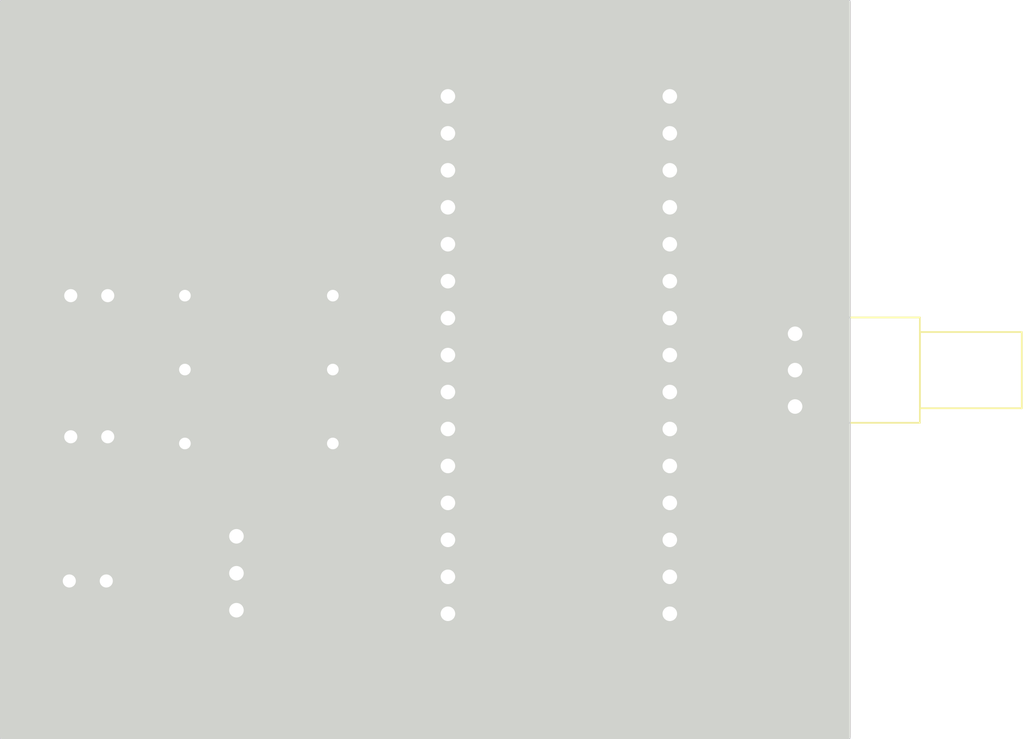
<source format=kicad_pcb>
(kicad_pcb (version 20171130) (host pcbnew "(5.1.10)-1")

  (general
    (thickness 1.6)
    (drawings 0)
    (tracks 24)
    (zones 0)
    (modules 9)
    (nets 34)
  )

  (page USLetter)
  (title_block
    (title "ESC Tester")
    (company "SDSU Mechatronics")
  )

  (layers
    (0 F.Cu signal)
    (31 B.Cu signal)
    (32 B.Adhes user)
    (33 F.Adhes user)
    (34 B.Paste user)
    (35 F.Paste user)
    (36 B.SilkS user)
    (37 F.SilkS user)
    (38 B.Mask user)
    (39 F.Mask user)
    (40 Dwgs.User user)
    (41 Cmts.User user)
    (42 Eco1.User user)
    (43 Eco2.User user)
    (44 Edge.Cuts user)
    (45 Margin user)
    (46 B.CrtYd user)
    (47 F.CrtYd user)
    (48 B.Fab user)
    (49 F.Fab user)
  )

  (setup
    (last_trace_width 0.25)
    (trace_clearance 0.2)
    (zone_clearance 0.508)
    (zone_45_only no)
    (trace_min 0.2)
    (via_size 0.8)
    (via_drill 0.4)
    (via_min_size 0.4)
    (via_min_drill 0.3)
    (uvia_size 0.3)
    (uvia_drill 0.1)
    (uvias_allowed no)
    (uvia_min_size 0.2)
    (uvia_min_drill 0.1)
    (edge_width 0.05)
    (segment_width 0.2)
    (pcb_text_width 0.3)
    (pcb_text_size 1.5 1.5)
    (mod_edge_width 0.12)
    (mod_text_size 1 1)
    (mod_text_width 0.15)
    (pad_size 1.524 1.524)
    (pad_drill 0.762)
    (pad_to_mask_clearance 0)
    (aux_axis_origin 0 0)
    (visible_elements 7FFFFFFF)
    (pcbplotparams
      (layerselection 0x010fc_ffffffff)
      (usegerberextensions false)
      (usegerberattributes true)
      (usegerberadvancedattributes true)
      (creategerberjobfile true)
      (excludeedgelayer true)
      (linewidth 0.100000)
      (plotframeref false)
      (viasonmask false)
      (mode 1)
      (useauxorigin false)
      (hpglpennumber 1)
      (hpglpenspeed 20)
      (hpglpendiameter 15.000000)
      (psnegative false)
      (psa4output false)
      (plotreference true)
      (plotvalue true)
      (plotinvisibletext false)
      (padsonsilk false)
      (subtractmaskfromsilk false)
      (outputformat 1)
      (mirror false)
      (drillshape 1)
      (scaleselection 1)
      (outputdirectory ""))
  )

  (net 0 "")
  (net 1 "Net-(ArduinoNano1-Pad1)")
  (net 2 "Net-(ArduinoNano1-Pad17)")
  (net 3 "Net-(ArduinoNano1-Pad2)")
  (net 4 "Net-(ArduinoNano1-Pad18)")
  (net 5 "Net-(ArduinoNano1-Pad3)")
  (net 6 GND)
  (net 7 "Net-(ArduinoNano1-Pad20)")
  (net 8 "Net-(ArduinoNano1-Pad21)")
  (net 9 "Net-(ArduinoNano1-Pad22)")
  (net 10 "Net-(ArduinoNano1-Pad23)")
  (net 11 "Net-(ArduinoNano1-Pad8)")
  (net 12 "Net-(ArduinoNano1-Pad24)")
  (net 13 "Net-(ArduinoNano1-Pad9)")
  (net 14 "Net-(ArduinoNano1-Pad25)")
  (net 15 "Net-(ArduinoNano1-Pad10)")
  (net 16 "Net-(ArduinoNano1-Pad26)")
  (net 17 "Net-(ArduinoNano1-Pad11)")
  (net 18 "Net-(ArduinoNano1-Pad12)")
  (net 19 "Net-(ArduinoNano1-Pad28)")
  (net 20 "Net-(ArduinoNano1-Pad14)")
  (net 21 "Net-(ArduinoNano1-Pad30)")
  (net 22 "Net-(ArduinoNano1-Pad15)")
  (net 23 "Net-(ArduinoNano1-Pad16)")
  (net 24 "Net-(ESC1-Pad2)")
  (net 25 "Net-(LED1-Pad2)")
  (net 26 "Net-(LED2-Pad2)")
  (net 27 "Net-(LED3-Pad2)")
  (net 28 /A0)
  (net 29 /5V)
  (net 30 /D2)
  (net 31 /D3)
  (net 32 /D4)
  (net 33 "/D10(PWM)")

  (net_class Default "This is the default net class."
    (clearance 0.2)
    (trace_width 0.25)
    (via_dia 0.8)
    (via_drill 0.4)
    (uvia_dia 0.3)
    (uvia_drill 0.1)
    (add_net /5V)
    (add_net /A0)
    (add_net "/D10(PWM)")
    (add_net /D2)
    (add_net /D3)
    (add_net /D4)
    (add_net GND)
    (add_net "Net-(ArduinoNano1-Pad1)")
    (add_net "Net-(ArduinoNano1-Pad10)")
    (add_net "Net-(ArduinoNano1-Pad11)")
    (add_net "Net-(ArduinoNano1-Pad12)")
    (add_net "Net-(ArduinoNano1-Pad14)")
    (add_net "Net-(ArduinoNano1-Pad15)")
    (add_net "Net-(ArduinoNano1-Pad16)")
    (add_net "Net-(ArduinoNano1-Pad17)")
    (add_net "Net-(ArduinoNano1-Pad18)")
    (add_net "Net-(ArduinoNano1-Pad2)")
    (add_net "Net-(ArduinoNano1-Pad20)")
    (add_net "Net-(ArduinoNano1-Pad21)")
    (add_net "Net-(ArduinoNano1-Pad22)")
    (add_net "Net-(ArduinoNano1-Pad23)")
    (add_net "Net-(ArduinoNano1-Pad24)")
    (add_net "Net-(ArduinoNano1-Pad25)")
    (add_net "Net-(ArduinoNano1-Pad26)")
    (add_net "Net-(ArduinoNano1-Pad28)")
    (add_net "Net-(ArduinoNano1-Pad3)")
    (add_net "Net-(ArduinoNano1-Pad30)")
    (add_net "Net-(ArduinoNano1-Pad8)")
    (add_net "Net-(ArduinoNano1-Pad9)")
    (add_net "Net-(ESC1-Pad2)")
    (add_net "Net-(LED1-Pad2)")
    (add_net "Net-(LED2-Pad2)")
    (add_net "Net-(LED3-Pad2)")
  )

  (module Resistor_THT:R_Axial_DIN0207_L6.3mm_D2.5mm_P10.16mm_Horizontal (layer F.Cu) (tedit 5AE5139B) (tstamp 6146E986)
    (at 127 106.68 180)
    (descr "Resistor, Axial_DIN0207 series, Axial, Horizontal, pin pitch=10.16mm, 0.25W = 1/4W, length*diameter=6.3*2.5mm^2, http://cdn-reichelt.de/documents/datenblatt/B400/1_4W%23YAG.pdf")
    (tags "Resistor Axial_DIN0207 series Axial Horizontal pin pitch 10.16mm 0.25W = 1/4W length 6.3mm diameter 2.5mm")
    (path /6146C91C)
    (fp_text reference R3 (at 5.08 2.18) (layer F.SilkS)
      (effects (font (size 1 1) (thickness 0.15)))
    )
    (fp_text value "200 Ω" (at 5.08 2.37) (layer F.Fab)
      (effects (font (size 1 1) (thickness 0.15)))
    )
    (fp_text user %R (at 5.08 0) (layer F.Fab)
      (effects (font (size 1 1) (thickness 0.15)))
    )
    (fp_line (start 1.93 -1.25) (end 1.93 1.25) (layer F.Fab) (width 0.1))
    (fp_line (start 1.93 1.25) (end 8.23 1.25) (layer F.Fab) (width 0.1))
    (fp_line (start 8.23 1.25) (end 8.23 -1.25) (layer F.Fab) (width 0.1))
    (fp_line (start 8.23 -1.25) (end 1.93 -1.25) (layer F.Fab) (width 0.1))
    (fp_line (start 0 0) (end 1.93 0) (layer F.Fab) (width 0.1))
    (fp_line (start 10.16 0) (end 8.23 0) (layer F.Fab) (width 0.1))
    (fp_line (start 1.81 -1.37) (end 1.81 1.37) (layer F.SilkS) (width 0.12))
    (fp_line (start 1.81 1.37) (end 8.35 1.37) (layer F.SilkS) (width 0.12))
    (fp_line (start 8.35 1.37) (end 8.35 -1.37) (layer F.SilkS) (width 0.12))
    (fp_line (start 8.35 -1.37) (end 1.81 -1.37) (layer F.SilkS) (width 0.12))
    (fp_line (start 1.04 0) (end 1.81 0) (layer F.SilkS) (width 0.12))
    (fp_line (start 9.12 0) (end 8.35 0) (layer F.SilkS) (width 0.12))
    (fp_line (start -1.05 -1.5) (end -1.05 1.5) (layer F.CrtYd) (width 0.05))
    (fp_line (start -1.05 1.5) (end 11.21 1.5) (layer F.CrtYd) (width 0.05))
    (fp_line (start 11.21 1.5) (end 11.21 -1.5) (layer F.CrtYd) (width 0.05))
    (fp_line (start 11.21 -1.5) (end -1.05 -1.5) (layer F.CrtYd) (width 0.05))
    (pad 2 thru_hole oval (at 10.16 0 180) (size 1.6 1.6) (drill 0.8) (layers *.Cu *.Mask)
      (net 27 "Net-(LED3-Pad2)"))
    (pad 1 thru_hole circle (at 0 0 180) (size 1.6 1.6) (drill 0.8) (layers *.Cu *.Mask)
      (net 32 /D4))
    (model ${KISYS3DMOD}/Resistor_THT.3dshapes/R_Axial_DIN0207_L6.3mm_D2.5mm_P10.16mm_Horizontal.wrl
      (at (xyz 0 0 0))
      (scale (xyz 1 1 1))
      (rotate (xyz 0 0 0))
    )
  )

  (module Resistor_THT:R_Axial_DIN0207_L6.3mm_D2.5mm_P10.16mm_Horizontal (layer F.Cu) (tedit 5AE5139B) (tstamp 6146E96F)
    (at 127 101.6 180)
    (descr "Resistor, Axial_DIN0207 series, Axial, Horizontal, pin pitch=10.16mm, 0.25W = 1/4W, length*diameter=6.3*2.5mm^2, http://cdn-reichelt.de/documents/datenblatt/B400/1_4W%23YAG.pdf")
    (tags "Resistor Axial_DIN0207 series Axial Horizontal pin pitch 10.16mm 0.25W = 1/4W length 6.3mm diameter 2.5mm")
    (path /6146C6A8)
    (fp_text reference R2 (at 5.08 2.3) (layer F.SilkS)
      (effects (font (size 1 1) (thickness 0.15)))
    )
    (fp_text value "200 Ω" (at 5.08 2.37) (layer F.Fab)
      (effects (font (size 1 1) (thickness 0.15)))
    )
    (fp_text user %R (at 5.08 0) (layer F.Fab)
      (effects (font (size 1 1) (thickness 0.15)))
    )
    (fp_line (start 1.93 -1.25) (end 1.93 1.25) (layer F.Fab) (width 0.1))
    (fp_line (start 1.93 1.25) (end 8.23 1.25) (layer F.Fab) (width 0.1))
    (fp_line (start 8.23 1.25) (end 8.23 -1.25) (layer F.Fab) (width 0.1))
    (fp_line (start 8.23 -1.25) (end 1.93 -1.25) (layer F.Fab) (width 0.1))
    (fp_line (start 0 0) (end 1.93 0) (layer F.Fab) (width 0.1))
    (fp_line (start 10.16 0) (end 8.23 0) (layer F.Fab) (width 0.1))
    (fp_line (start 1.81 -1.37) (end 1.81 1.37) (layer F.SilkS) (width 0.12))
    (fp_line (start 1.81 1.37) (end 8.35 1.37) (layer F.SilkS) (width 0.12))
    (fp_line (start 8.35 1.37) (end 8.35 -1.37) (layer F.SilkS) (width 0.12))
    (fp_line (start 8.35 -1.37) (end 1.81 -1.37) (layer F.SilkS) (width 0.12))
    (fp_line (start 1.04 0) (end 1.81 0) (layer F.SilkS) (width 0.12))
    (fp_line (start 9.12 0) (end 8.35 0) (layer F.SilkS) (width 0.12))
    (fp_line (start -1.05 -1.5) (end -1.05 1.5) (layer F.CrtYd) (width 0.05))
    (fp_line (start -1.05 1.5) (end 11.21 1.5) (layer F.CrtYd) (width 0.05))
    (fp_line (start 11.21 1.5) (end 11.21 -1.5) (layer F.CrtYd) (width 0.05))
    (fp_line (start 11.21 -1.5) (end -1.05 -1.5) (layer F.CrtYd) (width 0.05))
    (pad 2 thru_hole oval (at 10.16 0 180) (size 1.6 1.6) (drill 0.8) (layers *.Cu *.Mask)
      (net 26 "Net-(LED2-Pad2)"))
    (pad 1 thru_hole circle (at 0 0 180) (size 1.6 1.6) (drill 0.8) (layers *.Cu *.Mask)
      (net 31 /D3))
    (model ${KISYS3DMOD}/Resistor_THT.3dshapes/R_Axial_DIN0207_L6.3mm_D2.5mm_P10.16mm_Horizontal.wrl
      (at (xyz 0 0 0))
      (scale (xyz 1 1 1))
      (rotate (xyz 0 0 0))
    )
  )

  (module Resistor_THT:R_Axial_DIN0207_L6.3mm_D2.5mm_P10.16mm_Horizontal (layer F.Cu) (tedit 5AE5139B) (tstamp 6146E958)
    (at 127 96.52 180)
    (descr "Resistor, Axial_DIN0207 series, Axial, Horizontal, pin pitch=10.16mm, 0.25W = 1/4W, length*diameter=6.3*2.5mm^2, http://cdn-reichelt.de/documents/datenblatt/B400/1_4W%23YAG.pdf")
    (tags "Resistor Axial_DIN0207 series Axial Horizontal pin pitch 10.16mm 0.25W = 1/4W length 6.3mm diameter 2.5mm")
    (path /6146C2A7)
    (fp_text reference R1 (at 5.08 2.12) (layer F.SilkS)
      (effects (font (size 1 1) (thickness 0.15)))
    )
    (fp_text value "200 Ω" (at 5.08 2.37) (layer F.Fab)
      (effects (font (size 1 1) (thickness 0.15)))
    )
    (fp_text user %R (at 5.08 0) (layer F.Fab)
      (effects (font (size 1 1) (thickness 0.15)))
    )
    (fp_line (start 1.93 -1.25) (end 1.93 1.25) (layer F.Fab) (width 0.1))
    (fp_line (start 1.93 1.25) (end 8.23 1.25) (layer F.Fab) (width 0.1))
    (fp_line (start 8.23 1.25) (end 8.23 -1.25) (layer F.Fab) (width 0.1))
    (fp_line (start 8.23 -1.25) (end 1.93 -1.25) (layer F.Fab) (width 0.1))
    (fp_line (start 0 0) (end 1.93 0) (layer F.Fab) (width 0.1))
    (fp_line (start 10.16 0) (end 8.23 0) (layer F.Fab) (width 0.1))
    (fp_line (start 1.81 -1.37) (end 1.81 1.37) (layer F.SilkS) (width 0.12))
    (fp_line (start 1.81 1.37) (end 8.35 1.37) (layer F.SilkS) (width 0.12))
    (fp_line (start 8.35 1.37) (end 8.35 -1.37) (layer F.SilkS) (width 0.12))
    (fp_line (start 8.35 -1.37) (end 1.81 -1.37) (layer F.SilkS) (width 0.12))
    (fp_line (start 1.04 0) (end 1.81 0) (layer F.SilkS) (width 0.12))
    (fp_line (start 9.12 0) (end 8.35 0) (layer F.SilkS) (width 0.12))
    (fp_line (start -1.05 -1.5) (end -1.05 1.5) (layer F.CrtYd) (width 0.05))
    (fp_line (start -1.05 1.5) (end 11.21 1.5) (layer F.CrtYd) (width 0.05))
    (fp_line (start 11.21 1.5) (end 11.21 -1.5) (layer F.CrtYd) (width 0.05))
    (fp_line (start 11.21 -1.5) (end -1.05 -1.5) (layer F.CrtYd) (width 0.05))
    (pad 2 thru_hole oval (at 10.16 0 180) (size 1.6 1.6) (drill 0.8) (layers *.Cu *.Mask)
      (net 25 "Net-(LED1-Pad2)"))
    (pad 1 thru_hole circle (at 0 0 180) (size 1.6 1.6) (drill 0.8) (layers *.Cu *.Mask)
      (net 30 /D2))
    (model ${KISYS3DMOD}/Resistor_THT.3dshapes/R_Axial_DIN0207_L6.3mm_D2.5mm_P10.16mm_Horizontal.wrl
      (at (xyz 0 0 0))
      (scale (xyz 1 1 1))
      (rotate (xyz 0 0 0))
    )
  )

  (module LED_THT:LED_D5.0mm (layer F.Cu) (tedit 5995936A) (tstamp 6146E91D)
    (at 108.9 116.13)
    (descr "LED, diameter 5.0mm, 2 pins, http://cdn-reichelt.de/documents/datenblatt/A500/LL-504BC2E-009.pdf")
    (tags "LED diameter 5.0mm 2 pins")
    (path /6146FC01)
    (fp_text reference LED3 (at -2.9 0.07 90) (layer F.SilkS)
      (effects (font (size 1 1) (thickness 0.15)))
    )
    (fp_text value RED (at 1.27 3.96) (layer F.Fab)
      (effects (font (size 1 1) (thickness 0.15)))
    )
    (fp_text user %R (at 1.25 0) (layer F.Fab)
      (effects (font (size 0.8 0.8) (thickness 0.2)))
    )
    (fp_arc (start 1.27 0) (end -1.29 1.54483) (angle -148.9) (layer F.SilkS) (width 0.12))
    (fp_arc (start 1.27 0) (end -1.29 -1.54483) (angle 148.9) (layer F.SilkS) (width 0.12))
    (fp_arc (start 1.27 0) (end -1.23 -1.469694) (angle 299.1) (layer F.Fab) (width 0.1))
    (fp_circle (center 1.27 0) (end 3.77 0) (layer F.Fab) (width 0.1))
    (fp_circle (center 1.27 0) (end 3.77 0) (layer F.SilkS) (width 0.12))
    (fp_line (start -1.23 -1.469694) (end -1.23 1.469694) (layer F.Fab) (width 0.1))
    (fp_line (start -1.29 -1.545) (end -1.29 1.545) (layer F.SilkS) (width 0.12))
    (fp_line (start -1.95 -3.25) (end -1.95 3.25) (layer F.CrtYd) (width 0.05))
    (fp_line (start -1.95 3.25) (end 4.5 3.25) (layer F.CrtYd) (width 0.05))
    (fp_line (start 4.5 3.25) (end 4.5 -3.25) (layer F.CrtYd) (width 0.05))
    (fp_line (start 4.5 -3.25) (end -1.95 -3.25) (layer F.CrtYd) (width 0.05))
    (pad 2 thru_hole circle (at 2.54 0) (size 1.8 1.8) (drill 0.9) (layers *.Cu *.Mask)
      (net 27 "Net-(LED3-Pad2)"))
    (pad 1 thru_hole rect (at 0 0) (size 1.8 1.8) (drill 0.9) (layers *.Cu *.Mask)
      (net 6 GND))
    (model ${KISYS3DMOD}/LED_THT.3dshapes/LED_D5.0mm.wrl
      (at (xyz 0 0 0))
      (scale (xyz 1 1 1))
      (rotate (xyz 0 0 0))
    )
  )

  (module LED_THT:LED_D5.0mm (layer F.Cu) (tedit 5995936A) (tstamp 6146E9AA)
    (at 109 106.22)
    (descr "LED, diameter 5.0mm, 2 pins, http://cdn-reichelt.de/documents/datenblatt/A500/LL-504BC2E-009.pdf")
    (tags "LED diameter 5.0mm 2 pins")
    (path /61470569)
    (fp_text reference LED2 (at -3 -0.02 90) (layer F.SilkS)
      (effects (font (size 1 1) (thickness 0.15)))
    )
    (fp_text value YELLOW (at 1.27 3.96) (layer F.Fab)
      (effects (font (size 1 1) (thickness 0.15)))
    )
    (fp_text user %R (at 1.25 0) (layer F.Fab)
      (effects (font (size 0.8 0.8) (thickness 0.2)))
    )
    (fp_arc (start 1.27 0) (end -1.29 1.54483) (angle -148.9) (layer F.SilkS) (width 0.12))
    (fp_arc (start 1.27 0) (end -1.29 -1.54483) (angle 148.9) (layer F.SilkS) (width 0.12))
    (fp_arc (start 1.27 0) (end -1.23 -1.469694) (angle 299.1) (layer F.Fab) (width 0.1))
    (fp_circle (center 1.27 0) (end 3.77 0) (layer F.Fab) (width 0.1))
    (fp_circle (center 1.27 0) (end 3.77 0) (layer F.SilkS) (width 0.12))
    (fp_line (start -1.23 -1.469694) (end -1.23 1.469694) (layer F.Fab) (width 0.1))
    (fp_line (start -1.29 -1.545) (end -1.29 1.545) (layer F.SilkS) (width 0.12))
    (fp_line (start -1.95 -3.25) (end -1.95 3.25) (layer F.CrtYd) (width 0.05))
    (fp_line (start -1.95 3.25) (end 4.5 3.25) (layer F.CrtYd) (width 0.05))
    (fp_line (start 4.5 3.25) (end 4.5 -3.25) (layer F.CrtYd) (width 0.05))
    (fp_line (start 4.5 -3.25) (end -1.95 -3.25) (layer F.CrtYd) (width 0.05))
    (pad 2 thru_hole circle (at 2.54 0) (size 1.8 1.8) (drill 0.9) (layers *.Cu *.Mask)
      (net 26 "Net-(LED2-Pad2)"))
    (pad 1 thru_hole rect (at 0 0) (size 1.8 1.8) (drill 0.9) (layers *.Cu *.Mask)
      (net 6 GND))
    (model ${KISYS3DMOD}/LED_THT.3dshapes/LED_D5.0mm.wrl
      (at (xyz 0 0 0))
      (scale (xyz 1 1 1))
      (rotate (xyz 0 0 0))
    )
  )

  (module LED_THT:LED_D5.0mm (layer F.Cu) (tedit 5995936A) (tstamp 6146E998)
    (at 109 96.52)
    (descr "LED, diameter 5.0mm, 2 pins, http://cdn-reichelt.de/documents/datenblatt/A500/LL-504BC2E-009.pdf")
    (tags "LED diameter 5.0mm 2 pins")
    (path /61470B32)
    (fp_text reference LED1 (at -3.1 -0.02 90) (layer F.SilkS)
      (effects (font (size 1 1) (thickness 0.15)))
    )
    (fp_text value GREEN (at 1.27 3.96) (layer F.Fab)
      (effects (font (size 1 1) (thickness 0.15)))
    )
    (fp_text user %R (at 1.25 0) (layer F.Fab)
      (effects (font (size 0.8 0.8) (thickness 0.2)))
    )
    (fp_arc (start 1.27 0) (end -1.29 1.54483) (angle -148.9) (layer F.SilkS) (width 0.12))
    (fp_arc (start 1.27 0) (end -1.29 -1.54483) (angle 148.9) (layer F.SilkS) (width 0.12))
    (fp_arc (start 1.27 0) (end -1.23 -1.469694) (angle 299.1) (layer F.Fab) (width 0.1))
    (fp_circle (center 1.27 0) (end 3.77 0) (layer F.Fab) (width 0.1))
    (fp_circle (center 1.27 0) (end 3.77 0) (layer F.SilkS) (width 0.12))
    (fp_line (start -1.23 -1.469694) (end -1.23 1.469694) (layer F.Fab) (width 0.1))
    (fp_line (start -1.29 -1.545) (end -1.29 1.545) (layer F.SilkS) (width 0.12))
    (fp_line (start -1.95 -3.25) (end -1.95 3.25) (layer F.CrtYd) (width 0.05))
    (fp_line (start -1.95 3.25) (end 4.5 3.25) (layer F.CrtYd) (width 0.05))
    (fp_line (start 4.5 3.25) (end 4.5 -3.25) (layer F.CrtYd) (width 0.05))
    (fp_line (start 4.5 -3.25) (end -1.95 -3.25) (layer F.CrtYd) (width 0.05))
    (pad 2 thru_hole circle (at 2.54 0) (size 1.8 1.8) (drill 0.9) (layers *.Cu *.Mask)
      (net 25 "Net-(LED1-Pad2)"))
    (pad 1 thru_hole rect (at 0 0) (size 1.8 1.8) (drill 0.9) (layers *.Cu *.Mask)
      (net 6 GND))
    (model ${KISYS3DMOD}/LED_THT.3dshapes/LED_D5.0mm.wrl
      (at (xyz 0 0 0))
      (scale (xyz 1 1 1))
      (rotate (xyz 0 0 0))
    )
  )

  (module Module:Arduino_Nano (layer F.Cu) (tedit 58ACAF70) (tstamp 6146E8F4)
    (at 134.905001 82.825001)
    (descr "Arduino Nano, http://www.mouser.com/pdfdocs/Gravitech_Arduino_Nano3_0.pdf")
    (tags "Arduino Nano")
    (path /61465412)
    (fp_text reference ArduinoNano1 (at 7.62 -5.08) (layer F.SilkS)
      (effects (font (size 1 1) (thickness 0.15)))
    )
    (fp_text value Arduino_Nano_v3.x (at 8.89 19.05 90) (layer F.Fab)
      (effects (font (size 1 1) (thickness 0.15)))
    )
    (fp_line (start 1.27 1.27) (end 1.27 -1.27) (layer F.SilkS) (width 0.12))
    (fp_line (start 1.27 -1.27) (end -1.4 -1.27) (layer F.SilkS) (width 0.12))
    (fp_line (start -1.4 1.27) (end -1.4 39.5) (layer F.SilkS) (width 0.12))
    (fp_line (start -1.4 -3.94) (end -1.4 -1.27) (layer F.SilkS) (width 0.12))
    (fp_line (start 13.97 -1.27) (end 16.64 -1.27) (layer F.SilkS) (width 0.12))
    (fp_line (start 13.97 -1.27) (end 13.97 36.83) (layer F.SilkS) (width 0.12))
    (fp_line (start 13.97 36.83) (end 16.64 36.83) (layer F.SilkS) (width 0.12))
    (fp_line (start 1.27 1.27) (end -1.4 1.27) (layer F.SilkS) (width 0.12))
    (fp_line (start 1.27 1.27) (end 1.27 36.83) (layer F.SilkS) (width 0.12))
    (fp_line (start 1.27 36.83) (end -1.4 36.83) (layer F.SilkS) (width 0.12))
    (fp_line (start 3.81 31.75) (end 11.43 31.75) (layer F.Fab) (width 0.1))
    (fp_line (start 11.43 31.75) (end 11.43 41.91) (layer F.Fab) (width 0.1))
    (fp_line (start 11.43 41.91) (end 3.81 41.91) (layer F.Fab) (width 0.1))
    (fp_line (start 3.81 41.91) (end 3.81 31.75) (layer F.Fab) (width 0.1))
    (fp_line (start -1.4 39.5) (end 16.64 39.5) (layer F.SilkS) (width 0.12))
    (fp_line (start 16.64 39.5) (end 16.64 -3.94) (layer F.SilkS) (width 0.12))
    (fp_line (start 16.64 -3.94) (end -1.4 -3.94) (layer F.SilkS) (width 0.12))
    (fp_line (start 16.51 39.37) (end -1.27 39.37) (layer F.Fab) (width 0.1))
    (fp_line (start -1.27 39.37) (end -1.27 -2.54) (layer F.Fab) (width 0.1))
    (fp_line (start -1.27 -2.54) (end 0 -3.81) (layer F.Fab) (width 0.1))
    (fp_line (start 0 -3.81) (end 16.51 -3.81) (layer F.Fab) (width 0.1))
    (fp_line (start 16.51 -3.81) (end 16.51 39.37) (layer F.Fab) (width 0.1))
    (fp_line (start -1.53 -4.06) (end 16.75 -4.06) (layer F.CrtYd) (width 0.05))
    (fp_line (start -1.53 -4.06) (end -1.53 42.16) (layer F.CrtYd) (width 0.05))
    (fp_line (start 16.75 42.16) (end 16.75 -4.06) (layer F.CrtYd) (width 0.05))
    (fp_line (start 16.75 42.16) (end -1.53 42.16) (layer F.CrtYd) (width 0.05))
    (fp_text user %R (at 6.35 19.05 90) (layer F.Fab)
      (effects (font (size 1 1) (thickness 0.15)))
    )
    (pad 16 thru_hole oval (at 15.24 35.56) (size 1.6 1.6) (drill 1) (layers *.Cu *.Mask)
      (net 23 "Net-(ArduinoNano1-Pad16)"))
    (pad 15 thru_hole oval (at 0 35.56) (size 1.6 1.6) (drill 1) (layers *.Cu *.Mask)
      (net 22 "Net-(ArduinoNano1-Pad15)"))
    (pad 30 thru_hole oval (at 15.24 0) (size 1.6 1.6) (drill 1) (layers *.Cu *.Mask)
      (net 21 "Net-(ArduinoNano1-Pad30)"))
    (pad 14 thru_hole oval (at 0 33.02) (size 1.6 1.6) (drill 1) (layers *.Cu *.Mask)
      (net 20 "Net-(ArduinoNano1-Pad14)"))
    (pad 29 thru_hole oval (at 15.24 2.54) (size 1.6 1.6) (drill 1) (layers *.Cu *.Mask)
      (net 6 GND))
    (pad 13 thru_hole oval (at 0 30.48) (size 1.6 1.6) (drill 1) (layers *.Cu *.Mask)
      (net 33 "/D10(PWM)"))
    (pad 28 thru_hole oval (at 15.24 5.08) (size 1.6 1.6) (drill 1) (layers *.Cu *.Mask)
      (net 19 "Net-(ArduinoNano1-Pad28)"))
    (pad 12 thru_hole oval (at 0 27.94) (size 1.6 1.6) (drill 1) (layers *.Cu *.Mask)
      (net 18 "Net-(ArduinoNano1-Pad12)"))
    (pad 27 thru_hole oval (at 15.24 7.62) (size 1.6 1.6) (drill 1) (layers *.Cu *.Mask)
      (net 29 /5V))
    (pad 11 thru_hole oval (at 0 25.4) (size 1.6 1.6) (drill 1) (layers *.Cu *.Mask)
      (net 17 "Net-(ArduinoNano1-Pad11)"))
    (pad 26 thru_hole oval (at 15.24 10.16) (size 1.6 1.6) (drill 1) (layers *.Cu *.Mask)
      (net 16 "Net-(ArduinoNano1-Pad26)"))
    (pad 10 thru_hole oval (at 0 22.86) (size 1.6 1.6) (drill 1) (layers *.Cu *.Mask)
      (net 15 "Net-(ArduinoNano1-Pad10)"))
    (pad 25 thru_hole oval (at 15.24 12.7) (size 1.6 1.6) (drill 1) (layers *.Cu *.Mask)
      (net 14 "Net-(ArduinoNano1-Pad25)"))
    (pad 9 thru_hole oval (at 0 20.32) (size 1.6 1.6) (drill 1) (layers *.Cu *.Mask)
      (net 13 "Net-(ArduinoNano1-Pad9)"))
    (pad 24 thru_hole oval (at 15.24 15.24) (size 1.6 1.6) (drill 1) (layers *.Cu *.Mask)
      (net 12 "Net-(ArduinoNano1-Pad24)"))
    (pad 8 thru_hole oval (at 0 17.78) (size 1.6 1.6) (drill 1) (layers *.Cu *.Mask)
      (net 11 "Net-(ArduinoNano1-Pad8)"))
    (pad 23 thru_hole oval (at 15.24 17.78) (size 1.6 1.6) (drill 1) (layers *.Cu *.Mask)
      (net 10 "Net-(ArduinoNano1-Pad23)"))
    (pad 7 thru_hole oval (at 0 15.24) (size 1.6 1.6) (drill 1) (layers *.Cu *.Mask)
      (net 32 /D4))
    (pad 22 thru_hole oval (at 15.24 20.32) (size 1.6 1.6) (drill 1) (layers *.Cu *.Mask)
      (net 9 "Net-(ArduinoNano1-Pad22)"))
    (pad 6 thru_hole oval (at 0 12.7) (size 1.6 1.6) (drill 1) (layers *.Cu *.Mask)
      (net 31 /D3))
    (pad 21 thru_hole oval (at 15.24 22.86) (size 1.6 1.6) (drill 1) (layers *.Cu *.Mask)
      (net 8 "Net-(ArduinoNano1-Pad21)"))
    (pad 5 thru_hole oval (at 0 10.16) (size 1.6 1.6) (drill 1) (layers *.Cu *.Mask)
      (net 30 /D2))
    (pad 20 thru_hole oval (at 15.24 25.4) (size 1.6 1.6) (drill 1) (layers *.Cu *.Mask)
      (net 7 "Net-(ArduinoNano1-Pad20)"))
    (pad 4 thru_hole oval (at 0 7.62) (size 1.6 1.6) (drill 1) (layers *.Cu *.Mask)
      (net 6 GND))
    (pad 19 thru_hole oval (at 15.24 27.94) (size 1.6 1.6) (drill 1) (layers *.Cu *.Mask)
      (net 28 /A0))
    (pad 3 thru_hole oval (at 0 5.08) (size 1.6 1.6) (drill 1) (layers *.Cu *.Mask)
      (net 5 "Net-(ArduinoNano1-Pad3)"))
    (pad 18 thru_hole oval (at 15.24 30.48) (size 1.6 1.6) (drill 1) (layers *.Cu *.Mask)
      (net 4 "Net-(ArduinoNano1-Pad18)"))
    (pad 2 thru_hole oval (at 0 2.54) (size 1.6 1.6) (drill 1) (layers *.Cu *.Mask)
      (net 3 "Net-(ArduinoNano1-Pad2)"))
    (pad 17 thru_hole oval (at 15.24 33.02) (size 1.6 1.6) (drill 1) (layers *.Cu *.Mask)
      (net 2 "Net-(ArduinoNano1-Pad17)"))
    (pad 1 thru_hole rect (at 0 0) (size 1.6 1.6) (drill 1) (layers *.Cu *.Mask)
      (net 1 "Net-(ArduinoNano1-Pad1)"))
    (model ${KISYS3DMOD}/Module.3dshapes/Arduino_Nano_WithMountingHoles.wrl
      (at (xyz 0 0 0))
      (scale (xyz 1 1 1))
      (rotate (xyz 0 0 0))
    )
  )

  (module Connector_PinHeader_2.54mm:PinHeader_1x03_P2.54mm_Vertical (layer F.Cu) (tedit 59FED5CC) (tstamp 6146E90B)
    (at 120.38 118.14 180)
    (descr "Through hole straight pin header, 1x03, 2.54mm pitch, single row")
    (tags "Through hole pin header THT 1x03 2.54mm single row")
    (path /61476AB9)
    (fp_text reference ESC1 (at 2.54 2.54 90) (layer F.SilkS)
      (effects (font (size 1 1) (thickness 0.15)))
    )
    (fp_text value "Basic ESC" (at 0 7.41) (layer F.Fab)
      (effects (font (size 1 1) (thickness 0.15)))
    )
    (fp_line (start -0.635 -1.27) (end 1.27 -1.27) (layer F.Fab) (width 0.1))
    (fp_line (start 1.27 -1.27) (end 1.27 6.35) (layer F.Fab) (width 0.1))
    (fp_line (start 1.27 6.35) (end -1.27 6.35) (layer F.Fab) (width 0.1))
    (fp_line (start -1.27 6.35) (end -1.27 -0.635) (layer F.Fab) (width 0.1))
    (fp_line (start -1.27 -0.635) (end -0.635 -1.27) (layer F.Fab) (width 0.1))
    (fp_line (start -1.33 6.41) (end 1.33 6.41) (layer F.SilkS) (width 0.12))
    (fp_line (start -1.33 1.27) (end -1.33 6.41) (layer F.SilkS) (width 0.12))
    (fp_line (start 1.33 1.27) (end 1.33 6.41) (layer F.SilkS) (width 0.12))
    (fp_line (start -1.33 1.27) (end 1.33 1.27) (layer F.SilkS) (width 0.12))
    (fp_line (start -1.33 0) (end -1.33 -1.33) (layer F.SilkS) (width 0.12))
    (fp_line (start -1.33 -1.33) (end 0 -1.33) (layer F.SilkS) (width 0.12))
    (fp_line (start -1.8 -1.8) (end -1.8 6.85) (layer F.CrtYd) (width 0.05))
    (fp_line (start -1.8 6.85) (end 1.8 6.85) (layer F.CrtYd) (width 0.05))
    (fp_line (start 1.8 6.85) (end 1.8 -1.8) (layer F.CrtYd) (width 0.05))
    (fp_line (start 1.8 -1.8) (end -1.8 -1.8) (layer F.CrtYd) (width 0.05))
    (fp_text user %R (at 0 2.54 90) (layer F.Fab)
      (effects (font (size 1 1) (thickness 0.15)))
    )
    (pad 3 thru_hole oval (at 0 5.08 180) (size 1.7 1.7) (drill 1) (layers *.Cu *.Mask)
      (net 6 GND))
    (pad 2 thru_hole oval (at 0 2.54 180) (size 1.7 1.7) (drill 1) (layers *.Cu *.Mask)
      (net 24 "Net-(ESC1-Pad2)"))
    (pad 1 thru_hole rect (at 0 0 180) (size 1.7 1.7) (drill 1) (layers *.Cu *.Mask)
      (net 33 "/D10(PWM)"))
    (model ${KISYS3DMOD}/Connector_PinHeader_2.54mm.3dshapes/PinHeader_1x03_P2.54mm_Vertical.wrl
      (at (xyz 0 0 0))
      (scale (xyz 1 1 1))
      (rotate (xyz 0 0 0))
    )
  )

  (module Potentiometer_THT:Potentiometer_Alps_RK09Y11_Single_Horizontal (layer F.Cu) (tedit 5A3D4993) (tstamp 6146E941)
    (at 158.75 104.14)
    (descr "Potentiometer, horizontal, Alps RK09Y11 Single, http://www.alps.com/prod/info/E/HTML/Potentiometer/RotaryPotentiometers/RK09Y11/RK09Y11_list.html")
    (tags "Potentiometer horizontal Alps RK09Y11 Single")
    (path /61474182)
    (fp_text reference POT1 (at 0 -8.5) (layer F.SilkS)
      (effects (font (size 1 1) (thickness 0.15)))
    )
    (fp_text value "100 Ω" (at 0 3.5) (layer F.Fab)
      (effects (font (size 1 1) (thickness 0.15)))
    )
    (fp_line (start -1.95 -7.25) (end -1.95 2.25) (layer F.Fab) (width 0.1))
    (fp_line (start -1.95 2.25) (end 3.45 2.25) (layer F.Fab) (width 0.1))
    (fp_line (start 3.45 2.25) (end 3.45 -7.25) (layer F.Fab) (width 0.1))
    (fp_line (start 3.45 -7.25) (end -1.95 -7.25) (layer F.Fab) (width 0.1))
    (fp_line (start 3.45 -6) (end 3.45 1) (layer F.Fab) (width 0.1))
    (fp_line (start 3.45 1) (end 8.45 1) (layer F.Fab) (width 0.1))
    (fp_line (start 8.45 1) (end 8.45 -6) (layer F.Fab) (width 0.1))
    (fp_line (start 8.45 -6) (end 3.45 -6) (layer F.Fab) (width 0.1))
    (fp_line (start 8.45 -5) (end 8.45 0) (layer F.Fab) (width 0.1))
    (fp_line (start 8.45 0) (end 15.45 0) (layer F.Fab) (width 0.1))
    (fp_line (start 15.45 0) (end 15.45 -5) (layer F.Fab) (width 0.1))
    (fp_line (start 15.45 -5) (end 8.45 -5) (layer F.Fab) (width 0.1))
    (fp_line (start -2.071 -7.37) (end 3.57 -7.37) (layer F.SilkS) (width 0.12))
    (fp_line (start -2.071 2.37) (end 3.57 2.37) (layer F.SilkS) (width 0.12))
    (fp_line (start -2.071 -7.37) (end -2.071 2.37) (layer F.SilkS) (width 0.12))
    (fp_line (start 3.57 -7.37) (end 3.57 2.37) (layer F.SilkS) (width 0.12))
    (fp_line (start 3.57 -6.12) (end 8.57 -6.12) (layer F.SilkS) (width 0.12))
    (fp_line (start 3.57 1.12) (end 8.57 1.12) (layer F.SilkS) (width 0.12))
    (fp_line (start 3.57 -6.12) (end 3.57 1.12) (layer F.SilkS) (width 0.12))
    (fp_line (start 8.57 -6.12) (end 8.57 1.12) (layer F.SilkS) (width 0.12))
    (fp_line (start 8.57 -5.12) (end 15.57 -5.12) (layer F.SilkS) (width 0.12))
    (fp_line (start 8.57 0.12) (end 15.57 0.12) (layer F.SilkS) (width 0.12))
    (fp_line (start 8.57 -5.12) (end 8.57 0.12) (layer F.SilkS) (width 0.12))
    (fp_line (start 15.57 -5.12) (end 15.57 0.12) (layer F.SilkS) (width 0.12))
    (fp_line (start -2.2 -7.5) (end -2.2 2.5) (layer F.CrtYd) (width 0.05))
    (fp_line (start -2.2 2.5) (end 15.7 2.5) (layer F.CrtYd) (width 0.05))
    (fp_line (start 15.7 2.5) (end 15.7 -7.5) (layer F.CrtYd) (width 0.05))
    (fp_line (start 15.7 -7.5) (end -2.2 -7.5) (layer F.CrtYd) (width 0.05))
    (fp_text user %R (at 0.75 -2.5) (layer F.Fab)
      (effects (font (size 1 1) (thickness 0.15)))
    )
    (pad 1 thru_hole circle (at 0 0) (size 1.8 1.8) (drill 1) (layers *.Cu *.Mask)
      (net 29 /5V))
    (pad 2 thru_hole circle (at 0 -2.5) (size 1.8 1.8) (drill 1) (layers *.Cu *.Mask)
      (net 28 /A0))
    (pad 3 thru_hole circle (at 0 -5) (size 1.8 1.8) (drill 1) (layers *.Cu *.Mask)
      (net 6 GND))
    (model ${KISYS3DMOD}/Potentiometer_THT.3dshapes/Potentiometer_Alps_RK09Y11_Single_Horizontal.wrl
      (at (xyz 0 0 0))
      (scale (xyz 1 1 1))
      (rotate (xyz 0 0 0))
    )
  )

  (segment (start 111.54 96.52) (end 116.84 96.52) (width 0.25) (layer F.Cu) (net 25))
  (segment (start 116.16 101.6) (end 116.84 101.6) (width 0.25) (layer F.Cu) (net 26))
  (segment (start 111.54 106.22) (end 116.16 101.6) (width 0.25) (layer F.Cu) (net 26))
  (segment (start 111.44 112.08) (end 116.84 106.68) (width 0.25) (layer F.Cu) (net 27))
  (segment (start 111.44 116.13) (end 111.44 112.08) (width 0.25) (layer F.Cu) (net 27))
  (segment (start 154.94 109.22) (end 153.394999 110.765001) (width 0.25) (layer B.Cu) (net 28))
  (segment (start 153.394999 110.765001) (end 150.145001 110.765001) (width 0.25) (layer B.Cu) (net 28))
  (segment (start 154.94 105.45) (end 154.94 109.22) (width 0.25) (layer B.Cu) (net 28))
  (segment (start 158.75 101.64) (end 154.94 105.45) (width 0.25) (layer B.Cu) (net 28))
  (segment (start 158.75 104.14) (end 156.21 104.14) (width 0.25) (layer F.Cu) (net 29))
  (segment (start 156.21 104.14) (end 154.94 102.87) (width 0.25) (layer F.Cu) (net 29))
  (segment (start 154.94 95.24) (end 150.145001 90.445001) (width 0.25) (layer F.Cu) (net 29))
  (segment (start 154.94 102.87) (end 154.94 95.24) (width 0.25) (layer F.Cu) (net 29))
  (segment (start 127.02 96.52) (end 127 96.52) (width 0.25) (layer F.Cu) (net 30))
  (segment (start 134.714999 92.985001) (end 134.905001 92.985001) (width 0.25) (layer F.Cu) (net 30))
  (segment (start 131.18 96.52) (end 134.714999 92.985001) (width 0.25) (layer F.Cu) (net 30))
  (segment (start 127 96.52) (end 131.18 96.52) (width 0.25) (layer F.Cu) (net 30))
  (segment (start 128.830002 101.6) (end 134.905001 95.525001) (width 0.25) (layer F.Cu) (net 31))
  (segment (start 127 101.6) (end 128.830002 101.6) (width 0.25) (layer F.Cu) (net 31))
  (segment (start 127 106.68) (end 127 104.9) (width 0.25) (layer F.Cu) (net 32))
  (segment (start 133.834999 98.065001) (end 134.905001 98.065001) (width 0.25) (layer F.Cu) (net 32))
  (segment (start 127 104.9) (end 133.834999 98.065001) (width 0.25) (layer F.Cu) (net 32))
  (segment (start 130.070002 118.14) (end 134.905001 113.305001) (width 0.25) (layer F.Cu) (net 33))
  (segment (start 120.38 118.14) (end 130.070002 118.14) (width 0.25) (layer F.Cu) (net 33))

  (zone (net 6) (net_name GND) (layer F.Cu) (tstamp 6148BB51) (hatch edge 0.508)
    (connect_pads (clearance 0.508))
    (min_thickness 0.254)
    (fill yes (arc_segments 32) (thermal_gap 0.508) (thermal_bridge_width 0.508))
    (polygon
      (pts
        (xy 162.56 127) (xy 104.14 127) (xy 104.14 76.2) (xy 162.56 76.2)
      )
    )
    (filled_polygon
      (pts
        (xy 162.433 126.873) (xy 104.267 126.873) (xy 104.267 117.03) (xy 107.361928 117.03) (xy 107.374188 117.154482)
        (xy 107.410498 117.27418) (xy 107.469463 117.384494) (xy 107.548815 117.481185) (xy 107.645506 117.560537) (xy 107.75582 117.619502)
        (xy 107.875518 117.655812) (xy 108 117.668072) (xy 108.61425 117.665) (xy 108.773 117.50625) (xy 108.773 116.257)
        (xy 107.52375 116.257) (xy 107.365 116.41575) (xy 107.361928 117.03) (xy 104.267 117.03) (xy 104.267 115.23)
        (xy 107.361928 115.23) (xy 107.365 115.84425) (xy 107.52375 116.003) (xy 108.773 116.003) (xy 108.773 114.75375)
        (xy 109.027 114.75375) (xy 109.027 116.003) (xy 109.047 116.003) (xy 109.047 116.257) (xy 109.027 116.257)
        (xy 109.027 117.50625) (xy 109.18575 117.665) (xy 109.8 117.668072) (xy 109.924482 117.655812) (xy 110.04418 117.619502)
        (xy 110.154494 117.560537) (xy 110.251185 117.481185) (xy 110.330537 117.384494) (xy 110.389502 117.27418) (xy 110.395056 117.255873)
        (xy 110.461495 117.322312) (xy 110.712905 117.490299) (xy 110.992257 117.606011) (xy 111.288816 117.665) (xy 111.591184 117.665)
        (xy 111.887743 117.606011) (xy 112.167095 117.490299) (xy 112.418505 117.322312) (xy 112.450817 117.29) (xy 118.891928 117.29)
        (xy 118.891928 118.99) (xy 118.904188 119.114482) (xy 118.940498 119.23418) (xy 118.999463 119.344494) (xy 119.078815 119.441185)
        (xy 119.175506 119.520537) (xy 119.28582 119.579502) (xy 119.405518 119.615812) (xy 119.53 119.628072) (xy 121.23 119.628072)
        (xy 121.354482 119.615812) (xy 121.47418 119.579502) (xy 121.584494 119.520537) (xy 121.681185 119.441185) (xy 121.760537 119.344494)
        (xy 121.819502 119.23418) (xy 121.855812 119.114482) (xy 121.868072 118.99) (xy 121.868072 118.9) (xy 130.03268 118.9)
        (xy 130.070002 118.903676) (xy 130.107324 118.9) (xy 130.107335 118.9) (xy 130.218988 118.889003) (xy 130.362249 118.845546)
        (xy 130.494278 118.774974) (xy 130.610003 118.680001) (xy 130.633806 118.650997) (xy 133.470001 115.814803) (xy 133.470001 115.986336)
        (xy 133.525148 116.263575) (xy 133.633321 116.524728) (xy 133.790364 116.75976) (xy 133.990242 116.959638) (xy 134.22276 117.115001)
        (xy 133.990242 117.270364) (xy 133.790364 117.470242) (xy 133.633321 117.705274) (xy 133.525148 117.966427) (xy 133.470001 118.243666)
        (xy 133.470001 118.526336) (xy 133.525148 118.803575) (xy 133.633321 119.064728) (xy 133.790364 119.29976) (xy 133.990242 119.499638)
        (xy 134.225274 119.656681) (xy 134.486427 119.764854) (xy 134.763666 119.820001) (xy 135.046336 119.820001) (xy 135.323575 119.764854)
        (xy 135.584728 119.656681) (xy 135.81976 119.499638) (xy 136.019638 119.29976) (xy 136.176681 119.064728) (xy 136.284854 118.803575)
        (xy 136.340001 118.526336) (xy 136.340001 118.243666) (xy 136.284854 117.966427) (xy 136.176681 117.705274) (xy 136.019638 117.470242)
        (xy 135.81976 117.270364) (xy 135.587242 117.115001) (xy 135.81976 116.959638) (xy 136.019638 116.75976) (xy 136.176681 116.524728)
        (xy 136.284854 116.263575) (xy 136.340001 115.986336) (xy 136.340001 115.703666) (xy 136.284854 115.426427) (xy 136.176681 115.165274)
        (xy 136.019638 114.930242) (xy 135.81976 114.730364) (xy 135.587242 114.575001) (xy 135.81976 114.419638) (xy 136.019638 114.21976)
        (xy 136.176681 113.984728) (xy 136.284854 113.723575) (xy 136.340001 113.446336) (xy 136.340001 113.163666) (xy 136.284854 112.886427)
        (xy 136.176681 112.625274) (xy 136.019638 112.390242) (xy 135.81976 112.190364) (xy 135.587242 112.035001) (xy 135.81976 111.879638)
        (xy 136.019638 111.67976) (xy 136.176681 111.444728) (xy 136.284854 111.183575) (xy 136.340001 110.906336) (xy 136.340001 110.623666)
        (xy 136.284854 110.346427) (xy 136.176681 110.085274) (xy 136.019638 109.850242) (xy 135.81976 109.650364) (xy 135.587242 109.495001)
        (xy 135.81976 109.339638) (xy 136.019638 109.13976) (xy 136.176681 108.904728) (xy 136.284854 108.643575) (xy 136.340001 108.366336)
        (xy 136.340001 108.083666) (xy 136.284854 107.806427) (xy 136.176681 107.545274) (xy 136.019638 107.310242) (xy 135.81976 107.110364)
        (xy 135.587242 106.955001) (xy 135.81976 106.799638) (xy 136.019638 106.59976) (xy 136.176681 106.364728) (xy 136.284854 106.103575)
        (xy 136.340001 105.826336) (xy 136.340001 105.543666) (xy 136.284854 105.266427) (xy 136.176681 105.005274) (xy 136.019638 104.770242)
        (xy 135.81976 104.570364) (xy 135.587242 104.415001) (xy 135.81976 104.259638) (xy 136.019638 104.05976) (xy 136.176681 103.824728)
        (xy 136.284854 103.563575) (xy 136.340001 103.286336) (xy 136.340001 103.003666) (xy 136.284854 102.726427) (xy 136.176681 102.465274)
        (xy 136.019638 102.230242) (xy 135.81976 102.030364) (xy 135.587242 101.875001) (xy 135.81976 101.719638) (xy 136.019638 101.51976)
        (xy 136.176681 101.284728) (xy 136.284854 101.023575) (xy 136.340001 100.746336) (xy 136.340001 100.463666) (xy 136.284854 100.186427)
        (xy 136.176681 99.925274) (xy 136.019638 99.690242) (xy 135.81976 99.490364) (xy 135.587242 99.335001) (xy 135.81976 99.179638)
        (xy 136.019638 98.97976) (xy 136.176681 98.744728) (xy 136.284854 98.483575) (xy 136.340001 98.206336) (xy 136.340001 97.923666)
        (xy 136.284854 97.646427) (xy 136.176681 97.385274) (xy 136.019638 97.150242) (xy 135.81976 96.950364) (xy 135.587242 96.795001)
        (xy 135.81976 96.639638) (xy 136.019638 96.43976) (xy 136.176681 96.204728) (xy 136.284854 95.943575) (xy 136.340001 95.666336)
        (xy 136.340001 95.383666) (xy 136.284854 95.106427) (xy 136.176681 94.845274) (xy 136.019638 94.610242) (xy 135.81976 94.410364)
        (xy 135.587242 94.255001) (xy 135.81976 94.099638) (xy 136.019638 93.89976) (xy 136.176681 93.664728) (xy 136.284854 93.403575)
        (xy 136.340001 93.126336) (xy 136.340001 92.843666) (xy 136.284854 92.566427) (xy 136.176681 92.305274) (xy 136.019638 92.070242)
        (xy 135.81976 91.870364) (xy 135.584728 91.713321) (xy 135.574136 91.708934) (xy 135.760132 91.597386) (xy 135.96852 91.408415)
        (xy 136.136038 91.182421) (xy 136.256247 90.928088) (xy 136.296905 90.79404) (xy 136.174916 90.572001) (xy 135.032001 90.572001)
        (xy 135.032001 90.592001) (xy 134.778001 90.592001) (xy 134.778001 90.572001) (xy 133.635086 90.572001) (xy 133.513097 90.79404)
        (xy 133.553755 90.928088) (xy 133.673964 91.182421) (xy 133.841482 91.408415) (xy 134.04987 91.597386) (xy 134.235866 91.708934)
        (xy 134.225274 91.713321) (xy 133.990242 91.870364) (xy 133.790364 92.070242) (xy 133.633321 92.305274) (xy 133.525148 92.566427)
        (xy 133.470001 92.843666) (xy 133.470001 93.126336) (xy 133.474789 93.150409) (xy 130.865199 95.76) (xy 128.218043 95.76)
        (xy 128.114637 95.605241) (xy 127.914759 95.405363) (xy 127.679727 95.24832) (xy 127.418574 95.140147) (xy 127.141335 95.085)
        (xy 126.858665 95.085) (xy 126.581426 95.140147) (xy 126.320273 95.24832) (xy 126.085241 95.405363) (xy 125.885363 95.605241)
        (xy 125.72832 95.840273) (xy 125.620147 96.101426) (xy 125.565 96.378665) (xy 125.565 96.661335) (xy 125.620147 96.938574)
        (xy 125.72832 97.199727) (xy 125.885363 97.434759) (xy 126.085241 97.634637) (xy 126.320273 97.79168) (xy 126.581426 97.899853)
        (xy 126.858665 97.955) (xy 127.141335 97.955) (xy 127.418574 97.899853) (xy 127.679727 97.79168) (xy 127.914759 97.634637)
        (xy 128.114637 97.434759) (xy 128.218043 97.28) (xy 131.142678 97.28) (xy 131.18 97.283676) (xy 131.217322 97.28)
        (xy 131.217333 97.28) (xy 131.328986 97.269003) (xy 131.472247 97.225546) (xy 131.604276 97.154974) (xy 131.720001 97.060001)
        (xy 131.743804 97.030997) (xy 133.489584 95.285218) (xy 133.470001 95.383666) (xy 133.470001 95.666336) (xy 133.506313 95.848887)
        (xy 128.515201 100.84) (xy 128.218043 100.84) (xy 128.114637 100.685241) (xy 127.914759 100.485363) (xy 127.679727 100.32832)
        (xy 127.418574 100.220147) (xy 127.141335 100.165) (xy 126.858665 100.165) (xy 126.581426 100.220147) (xy 126.320273 100.32832)
        (xy 126.085241 100.485363) (xy 125.885363 100.685241) (xy 125.72832 100.920273) (xy 125.620147 101.181426) (xy 125.565 101.458665)
        (xy 125.565 101.741335) (xy 125.620147 102.018574) (xy 125.72832 102.279727) (xy 125.885363 102.514759) (xy 126.085241 102.714637)
        (xy 126.320273 102.87168) (xy 126.581426 102.979853) (xy 126.858665 103.035) (xy 127.141335 103.035) (xy 127.418574 102.979853)
        (xy 127.679727 102.87168) (xy 127.914759 102.714637) (xy 128.114637 102.514759) (xy 128.218043 102.36) (xy 128.465199 102.36)
        (xy 126.488998 104.336201) (xy 126.46 104.359999) (xy 126.436202 104.388997) (xy 126.436201 104.388998) (xy 126.365026 104.475724)
        (xy 126.294454 104.607754) (xy 126.271023 104.685) (xy 126.257222 104.730498) (xy 126.250998 104.751015) (xy 126.236324 104.9)
        (xy 126.240001 104.937332) (xy 126.240001 105.461956) (xy 126.085241 105.565363) (xy 125.885363 105.765241) (xy 125.72832 106.000273)
        (xy 125.620147 106.261426) (xy 125.565 106.538665) (xy 125.565 106.821335) (xy 125.620147 107.098574) (xy 125.72832 107.359727)
        (xy 125.885363 107.594759) (xy 126.085241 107.794637) (xy 126.320273 107.95168) (xy 126.581426 108.059853) (xy 126.858665 108.115)
        (xy 127.141335 108.115) (xy 127.418574 108.059853) (xy 127.679727 107.95168) (xy 127.914759 107.794637) (xy 128.114637 107.594759)
        (xy 128.27168 107.359727) (xy 128.379853 107.098574) (xy 128.435 106.821335) (xy 128.435 106.538665) (xy 128.379853 106.261426)
        (xy 128.27168 106.000273) (xy 128.114637 105.765241) (xy 127.914759 105.565363) (xy 127.76 105.461957) (xy 127.76 105.214801)
        (xy 133.892703 99.082099) (xy 133.990242 99.179638) (xy 134.22276 99.335001) (xy 133.990242 99.490364) (xy 133.790364 99.690242)
        (xy 133.633321 99.925274) (xy 133.525148 100.186427) (xy 133.470001 100.463666) (xy 133.470001 100.746336) (xy 133.525148 101.023575)
        (xy 133.633321 101.284728) (xy 133.790364 101.51976) (xy 133.990242 101.719638) (xy 134.22276 101.875001) (xy 133.990242 102.030364)
        (xy 133.790364 102.230242) (xy 133.633321 102.465274) (xy 133.525148 102.726427) (xy 133.470001 103.003666) (xy 133.470001 103.286336)
        (xy 133.525148 103.563575) (xy 133.633321 103.824728) (xy 133.790364 104.05976) (xy 133.990242 104.259638) (xy 134.22276 104.415001)
        (xy 133.990242 104.570364) (xy 133.790364 104.770242) (xy 133.633321 105.005274) (xy 133.525148 105.266427) (xy 133.470001 105.543666)
        (xy 133.470001 105.826336) (xy 133.525148 106.103575) (xy 133.633321 106.364728) (xy 133.790364 106.59976) (xy 133.990242 106.799638)
        (xy 134.22276 106.955001) (xy 133.990242 107.110364) (xy 133.790364 107.310242) (xy 133.633321 107.545274) (xy 133.525148 107.806427)
        (xy 133.470001 108.083666) (xy 133.470001 108.366336) (xy 133.525148 108.643575) (xy 133.633321 108.904728) (xy 133.790364 109.13976)
        (xy 133.990242 109.339638) (xy 134.22276 109.495001) (xy 133.990242 109.650364) (xy 133.790364 109.850242) (xy 133.633321 110.085274)
        (xy 133.525148 110.346427) (xy 133.470001 110.623666) (xy 133.470001 110.906336) (xy 133.525148 111.183575) (xy 133.633321 111.444728)
        (xy 133.790364 111.67976) (xy 133.990242 111.879638) (xy 134.22276 112.035001) (xy 133.990242 112.190364) (xy 133.790364 112.390242)
        (xy 133.633321 112.625274) (xy 133.525148 112.886427) (xy 133.470001 113.163666) (xy 133.470001 113.446336) (xy 133.506313 113.628887)
        (xy 129.755201 117.38) (xy 121.868072 117.38) (xy 121.868072 117.29) (xy 121.855812 117.165518) (xy 121.819502 117.04582)
        (xy 121.760537 116.935506) (xy 121.681185 116.838815) (xy 121.584494 116.759463) (xy 121.47418 116.700498) (xy 121.40162 116.678487)
        (xy 121.533475 116.546632) (xy 121.69599 116.303411) (xy 121.807932 116.033158) (xy 121.865 115.74626) (xy 121.865 115.45374)
        (xy 121.807932 115.166842) (xy 121.69599 114.896589) (xy 121.533475 114.653368) (xy 121.326632 114.446525) (xy 121.144466 114.324805)
        (xy 121.261355 114.255178) (xy 121.477588 114.060269) (xy 121.651641 113.82692) (xy 121.776825 113.564099) (xy 121.821476 113.41689)
        (xy 121.700155 113.187) (xy 120.507 113.187) (xy 120.507 113.207) (xy 120.253 113.207) (xy 120.253 113.187)
        (xy 119.059845 113.187) (xy 118.938524 113.41689) (xy 118.983175 113.564099) (xy 119.108359 113.82692) (xy 119.282412 114.060269)
        (xy 119.498645 114.255178) (xy 119.615534 114.324805) (xy 119.433368 114.446525) (xy 119.226525 114.653368) (xy 119.06401 114.896589)
        (xy 118.952068 115.166842) (xy 118.895 115.45374) (xy 118.895 115.74626) (xy 118.952068 116.033158) (xy 119.06401 116.303411)
        (xy 119.226525 116.546632) (xy 119.35838 116.678487) (xy 119.28582 116.700498) (xy 119.175506 116.759463) (xy 119.078815 116.838815)
        (xy 118.999463 116.935506) (xy 118.940498 117.04582) (xy 118.904188 117.165518) (xy 118.891928 117.29) (xy 112.450817 117.29)
        (xy 112.632312 117.108505) (xy 112.800299 116.857095) (xy 112.916011 116.577743) (xy 112.975 116.281184) (xy 112.975 115.978816)
        (xy 112.916011 115.682257) (xy 112.800299 115.402905) (xy 112.632312 115.151495) (xy 112.418505 114.937688) (xy 112.2 114.791687)
        (xy 112.2 112.70311) (xy 118.938524 112.70311) (xy 119.059845 112.933) (xy 120.253 112.933) (xy 120.253 111.739186)
        (xy 120.507 111.739186) (xy 120.507 112.933) (xy 121.700155 112.933) (xy 121.821476 112.70311) (xy 121.776825 112.555901)
        (xy 121.651641 112.29308) (xy 121.477588 112.059731) (xy 121.261355 111.864822) (xy 121.011252 111.715843) (xy 120.736891 111.618519)
        (xy 120.507 111.739186) (xy 120.253 111.739186) (xy 120.023109 111.618519) (xy 119.748748 111.715843) (xy 119.498645 111.864822)
        (xy 119.282412 112.059731) (xy 119.108359 112.29308) (xy 118.983175 112.555901) (xy 118.938524 112.70311) (xy 112.2 112.70311)
        (xy 112.2 112.394801) (xy 116.516114 108.078688) (xy 116.698665 108.115) (xy 116.981335 108.115) (xy 117.258574 108.059853)
        (xy 117.519727 107.95168) (xy 117.754759 107.794637) (xy 117.954637 107.594759) (xy 118.11168 107.359727) (xy 118.219853 107.098574)
        (xy 118.275 106.821335) (xy 118.275 106.538665) (xy 118.219853 106.261426) (xy 118.11168 106.000273) (xy 117.954637 105.765241)
        (xy 117.754759 105.565363) (xy 117.519727 105.40832) (xy 117.258574 105.300147) (xy 116.981335 105.245) (xy 116.698665 105.245)
        (xy 116.421426 105.300147) (xy 116.160273 105.40832) (xy 115.925241 105.565363) (xy 115.725363 105.765241) (xy 115.56832 106.000273)
        (xy 115.460147 106.261426) (xy 115.405 106.538665) (xy 115.405 106.821335) (xy 115.441312 107.003886) (xy 110.928998 111.516201)
        (xy 110.9 111.539999) (xy 110.876202 111.568997) (xy 110.876201 111.568998) (xy 110.805026 111.655724) (xy 110.734454 111.787754)
        (xy 110.711077 111.864822) (xy 110.692778 111.925148) (xy 110.690998 111.931015) (xy 110.676324 112.08) (xy 110.680001 112.117332)
        (xy 110.68 114.791687) (xy 110.461495 114.937688) (xy 110.395056 115.004127) (xy 110.389502 114.98582) (xy 110.330537 114.875506)
        (xy 110.251185 114.778815) (xy 110.154494 114.699463) (xy 110.04418 114.640498) (xy 109.924482 114.604188) (xy 109.8 114.591928)
        (xy 109.18575 114.595) (xy 109.027 114.75375) (xy 108.773 114.75375) (xy 108.61425 114.595) (xy 108 114.591928)
        (xy 107.875518 114.604188) (xy 107.75582 114.640498) (xy 107.645506 114.699463) (xy 107.548815 114.778815) (xy 107.469463 114.875506)
        (xy 107.410498 114.98582) (xy 107.374188 115.105518) (xy 107.361928 115.23) (xy 104.267 115.23) (xy 104.267 107.12)
        (xy 107.461928 107.12) (xy 107.474188 107.244482) (xy 107.510498 107.36418) (xy 107.569463 107.474494) (xy 107.648815 107.571185)
        (xy 107.745506 107.650537) (xy 107.85582 107.709502) (xy 107.975518 107.745812) (xy 108.1 107.758072) (xy 108.71425 107.755)
        (xy 108.873 107.59625) (xy 108.873 106.347) (xy 107.62375 106.347) (xy 107.465 106.50575) (xy 107.461928 107.12)
        (xy 104.267 107.12) (xy 104.267 105.32) (xy 107.461928 105.32) (xy 107.465 105.93425) (xy 107.62375 106.093)
        (xy 108.873 106.093) (xy 108.873 104.84375) (xy 109.127 104.84375) (xy 109.127 106.093) (xy 109.147 106.093)
        (xy 109.147 106.347) (xy 109.127 106.347) (xy 109.127 107.59625) (xy 109.28575 107.755) (xy 109.9 107.758072)
        (xy 110.024482 107.745812) (xy 110.14418 107.709502) (xy 110.254494 107.650537) (xy 110.351185 107.571185) (xy 110.430537 107.474494)
        (xy 110.489502 107.36418) (xy 110.495056 107.345873) (xy 110.561495 107.412312) (xy 110.812905 107.580299) (xy 111.092257 107.696011)
        (xy 111.388816 107.755) (xy 111.691184 107.755) (xy 111.987743 107.696011) (xy 112.267095 107.580299) (xy 112.518505 107.412312)
        (xy 112.732312 107.198505) (xy 112.900299 106.947095) (xy 113.016011 106.667743) (xy 113.075 106.371184) (xy 113.075 106.068816)
        (xy 113.023731 105.81107) (xy 116.042089 102.792712) (xy 116.160273 102.87168) (xy 116.421426 102.979853) (xy 116.698665 103.035)
        (xy 116.981335 103.035) (xy 117.258574 102.979853) (xy 117.519727 102.87168) (xy 117.754759 102.714637) (xy 117.954637 102.514759)
        (xy 118.11168 102.279727) (xy 118.219853 102.018574) (xy 118.275 101.741335) (xy 118.275 101.458665) (xy 118.219853 101.181426)
        (xy 118.11168 100.920273) (xy 117.954637 100.685241) (xy 117.754759 100.485363) (xy 117.519727 100.32832) (xy 117.258574 100.220147)
        (xy 116.981335 100.165) (xy 116.698665 100.165) (xy 116.421426 100.220147) (xy 116.160273 100.32832) (xy 115.925241 100.485363)
        (xy 115.725363 100.685241) (xy 115.56832 100.920273) (xy 115.460147 101.181426) (xy 115.449315 101.235883) (xy 111.94893 104.736269)
        (xy 111.691184 104.685) (xy 111.388816 104.685) (xy 111.092257 104.743989) (xy 110.812905 104.859701) (xy 110.561495 105.027688)
        (xy 110.495056 105.094127) (xy 110.489502 105.07582) (xy 110.430537 104.965506) (xy 110.351185 104.868815) (xy 110.254494 104.789463)
        (xy 110.14418 104.730498) (xy 110.024482 104.694188) (xy 109.9 104.681928) (xy 109.28575 104.685) (xy 109.127 104.84375)
        (xy 108.873 104.84375) (xy 108.71425 104.685) (xy 108.1 104.681928) (xy 107.975518 104.694188) (xy 107.85582 104.730498)
        (xy 107.745506 104.789463) (xy 107.648815 104.868815) (xy 107.569463 104.965506) (xy 107.510498 105.07582) (xy 107.474188 105.195518)
        (xy 107.461928 105.32) (xy 104.267 105.32) (xy 104.267 97.42) (xy 107.461928 97.42) (xy 107.474188 97.544482)
        (xy 107.510498 97.66418) (xy 107.569463 97.774494) (xy 107.648815 97.871185) (xy 107.745506 97.950537) (xy 107.85582 98.009502)
        (xy 107.975518 98.045812) (xy 108.1 98.058072) (xy 108.71425 98.055) (xy 108.873 97.89625) (xy 108.873 96.647)
        (xy 107.62375 96.647) (xy 107.465 96.80575) (xy 107.461928 97.42) (xy 104.267 97.42) (xy 104.267 95.62)
        (xy 107.461928 95.62) (xy 107.465 96.23425) (xy 107.62375 96.393) (xy 108.873 96.393) (xy 108.873 95.14375)
        (xy 109.127 95.14375) (xy 109.127 96.393) (xy 109.147 96.393) (xy 109.147 96.647) (xy 109.127 96.647)
        (xy 109.127 97.89625) (xy 109.28575 98.055) (xy 109.9 98.058072) (xy 110.024482 98.045812) (xy 110.14418 98.009502)
        (xy 110.254494 97.950537) (xy 110.351185 97.871185) (xy 110.430537 97.774494) (xy 110.489502 97.66418) (xy 110.495056 97.645873)
        (xy 110.561495 97.712312) (xy 110.812905 97.880299) (xy 111.092257 97.996011) (xy 111.388816 98.055) (xy 111.691184 98.055)
        (xy 111.987743 97.996011) (xy 112.267095 97.880299) (xy 112.518505 97.712312) (xy 112.732312 97.498505) (xy 112.878313 97.28)
        (xy 115.621957 97.28) (xy 115.725363 97.434759) (xy 115.925241 97.634637) (xy 116.160273 97.79168) (xy 116.421426 97.899853)
        (xy 116.698665 97.955) (xy 116.981335 97.955) (xy 117.258574 97.899853) (xy 117.519727 97.79168) (xy 117.754759 97.634637)
        (xy 117.954637 97.434759) (xy 118.11168 97.199727) (xy 118.219853 96.938574) (xy 118.275 96.661335) (xy 118.275 96.378665)
        (xy 118.219853 96.101426) (xy 118.11168 95.840273) (xy 117.954637 95.605241) (xy 117.754759 95.405363) (xy 117.519727 95.24832)
        (xy 117.258574 95.140147) (xy 116.981335 95.085) (xy 116.698665 95.085) (xy 116.421426 95.140147) (xy 116.160273 95.24832)
        (xy 115.925241 95.405363) (xy 115.725363 95.605241) (xy 115.621957 95.76) (xy 112.878313 95.76) (xy 112.732312 95.541495)
        (xy 112.518505 95.327688) (xy 112.267095 95.159701) (xy 111.987743 95.043989) (xy 111.691184 94.985) (xy 111.388816 94.985)
        (xy 111.092257 95.043989) (xy 110.812905 95.159701) (xy 110.561495 95.327688) (xy 110.495056 95.394127) (xy 110.489502 95.37582)
        (xy 110.430537 95.265506) (xy 110.351185 95.168815) (xy 110.254494 95.089463) (xy 110.14418 95.030498) (xy 110.024482 94.994188)
        (xy 109.9 94.981928) (xy 109.28575 94.985) (xy 109.127 95.14375) (xy 108.873 95.14375) (xy 108.71425 94.985)
        (xy 108.1 94.981928) (xy 107.975518 94.994188) (xy 107.85582 95.030498) (xy 107.745506 95.089463) (xy 107.648815 95.168815)
        (xy 107.569463 95.265506) (xy 107.510498 95.37582) (xy 107.474188 95.495518) (xy 107.461928 95.62) (xy 104.267 95.62)
        (xy 104.267 82.025001) (xy 133.466929 82.025001) (xy 133.466929 83.625001) (xy 133.479189 83.749483) (xy 133.515499 83.869181)
        (xy 133.574464 83.979495) (xy 133.653816 84.076186) (xy 133.750507 84.155538) (xy 133.860821 84.214503) (xy 133.980519 84.250813)
        (xy 133.988962 84.251644) (xy 133.790364 84.450242) (xy 133.633321 84.685274) (xy 133.525148 84.946427) (xy 133.470001 85.223666)
        (xy 133.470001 85.506336) (xy 133.525148 85.783575) (xy 133.633321 86.044728) (xy 133.790364 86.27976) (xy 133.990242 86.479638)
        (xy 134.22276 86.635001) (xy 133.990242 86.790364) (xy 133.790364 86.990242) (xy 133.633321 87.225274) (xy 133.525148 87.486427)
        (xy 133.470001 87.763666) (xy 133.470001 88.046336) (xy 133.525148 88.323575) (xy 133.633321 88.584728) (xy 133.790364 88.81976)
        (xy 133.990242 89.019638) (xy 134.225274 89.176681) (xy 134.235866 89.181068) (xy 134.04987 89.292616) (xy 133.841482 89.481587)
        (xy 133.673964 89.707581) (xy 133.553755 89.961914) (xy 133.513097 90.095962) (xy 133.635086 90.318001) (xy 134.778001 90.318001)
        (xy 134.778001 90.298001) (xy 135.032001 90.298001) (xy 135.032001 90.318001) (xy 136.174916 90.318001) (xy 136.296905 90.095962)
        (xy 136.256247 89.961914) (xy 136.136038 89.707581) (xy 135.96852 89.481587) (xy 135.760132 89.292616) (xy 135.574136 89.181068)
        (xy 135.584728 89.176681) (xy 135.81976 89.019638) (xy 136.019638 88.81976) (xy 136.176681 88.584728) (xy 136.284854 88.323575)
        (xy 136.340001 88.046336) (xy 136.340001 87.763666) (xy 148.710001 87.763666) (xy 148.710001 88.046336) (xy 148.765148 88.323575)
        (xy 148.873321 88.584728) (xy 149.030364 88.81976) (xy 149.230242 89.019638) (xy 149.46276 89.175001) (xy 149.230242 89.330364)
        (xy 149.030364 89.530242) (xy 148.873321 89.765274) (xy 148.765148 90.026427) (xy 148.710001 90.303666) (xy 148.710001 90.586336)
        (xy 148.765148 90.863575) (xy 148.873321 91.124728) (xy 149.030364 91.35976) (xy 149.230242 91.559638) (xy 149.46276 91.715001)
        (xy 149.230242 91.870364) (xy 149.030364 92.070242) (xy 148.873321 92.305274) (xy 148.765148 92.566427) (xy 148.710001 92.843666)
        (xy 148.710001 93.126336) (xy 148.765148 93.403575) (xy 148.873321 93.664728) (xy 149.030364 93.89976) (xy 149.230242 94.099638)
        (xy 149.46276 94.255001) (xy 149.230242 94.410364) (xy 149.030364 94.610242) (xy 148.873321 94.845274) (xy 148.765148 95.106427)
        (xy 148.710001 95.383666) (xy 148.710001 95.666336) (xy 148.765148 95.943575) (xy 148.873321 96.204728) (xy 149.030364 96.43976)
        (xy 149.230242 96.639638) (xy 149.46276 96.795001) (xy 149.230242 96.950364) (xy 149.030364 97.150242) (xy 148.873321 97.385274)
        (xy 148.765148 97.646427) (xy 148.710001 97.923666) (xy 148.710001 98.206336) (xy 148.765148 98.483575) (xy 148.873321 98.744728)
        (xy 149.030364 98.97976) (xy 149.230242 99.179638) (xy 149.46276 99.335001) (xy 149.230242 99.490364) (xy 149.030364 99.690242)
        (xy 148.873321 99.925274) (xy 148.765148 100.186427) (xy 148.710001 100.463666) (xy 148.710001 100.746336) (xy 148.765148 101.023575)
        (xy 148.873321 101.284728) (xy 149.030364 101.51976) (xy 149.230242 101.719638) (xy 149.46276 101.875001) (xy 149.230242 102.030364)
        (xy 149.030364 102.230242) (xy 148.873321 102.465274) (xy 148.765148 102.726427) (xy 148.710001 103.003666) (xy 148.710001 103.286336)
        (xy 148.765148 103.563575) (xy 148.873321 103.824728) (xy 149.030364 104.05976) (xy 149.230242 104.259638) (xy 149.46276 104.415001)
        (xy 149.230242 104.570364) (xy 149.030364 104.770242) (xy 148.873321 105.005274) (xy 148.765148 105.266427) (xy 148.710001 105.543666)
        (xy 148.710001 105.826336) (xy 148.765148 106.103575) (xy 148.873321 106.364728) (xy 149.030364 106.59976) (xy 149.230242 106.799638)
        (xy 149.46276 106.955001) (xy 149.230242 107.110364) (xy 149.030364 107.310242) (xy 148.873321 107.545274) (xy 148.765148 107.806427)
        (xy 148.710001 108.083666) (xy 148.710001 108.366336) (xy 148.765148 108.643575) (xy 148.873321 108.904728) (xy 149.030364 109.13976)
        (xy 149.230242 109.339638) (xy 149.46276 109.495001) (xy 149.230242 109.650364) (xy 149.030364 109.850242) (xy 148.873321 110.085274)
        (xy 148.765148 110.346427) (xy 148.710001 110.623666) (xy 148.710001 110.906336) (xy 148.765148 111.183575) (xy 148.873321 111.444728)
        (xy 149.030364 111.67976) (xy 149.230242 111.879638) (xy 149.46276 112.035001) (xy 149.230242 112.190364) (xy 149.030364 112.390242)
        (xy 148.873321 112.625274) (xy 148.765148 112.886427) (xy 148.710001 113.163666) (xy 148.710001 113.446336) (xy 148.765148 113.723575)
        (xy 148.873321 113.984728) (xy 149.030364 114.21976) (xy 149.230242 114.419638) (xy 149.46276 114.575001) (xy 149.230242 114.730364)
        (xy 149.030364 114.930242) (xy 148.873321 115.165274) (xy 148.765148 115.426427) (xy 148.710001 115.703666) (xy 148.710001 115.986336)
        (xy 148.765148 116.263575) (xy 148.873321 116.524728) (xy 149.030364 116.75976) (xy 149.230242 116.959638) (xy 149.46276 117.115001)
        (xy 149.230242 117.270364) (xy 149.030364 117.470242) (xy 148.873321 117.705274) (xy 148.765148 117.966427) (xy 148.710001 118.243666)
        (xy 148.710001 118.526336) (xy 148.765148 118.803575) (xy 148.873321 119.064728) (xy 149.030364 119.29976) (xy 149.230242 119.499638)
        (xy 149.465274 119.656681) (xy 149.726427 119.764854) (xy 150.003666 119.820001) (xy 150.286336 119.820001) (xy 150.563575 119.764854)
        (xy 150.824728 119.656681) (xy 151.05976 119.499638) (xy 151.259638 119.29976) (xy 151.416681 119.064728) (xy 151.524854 118.803575)
        (xy 151.580001 118.526336) (xy 151.580001 118.243666) (xy 151.524854 117.966427) (xy 151.416681 117.705274) (xy 151.259638 117.470242)
        (xy 151.05976 117.270364) (xy 150.827242 117.115001) (xy 151.05976 116.959638) (xy 151.259638 116.75976) (xy 151.416681 116.524728)
        (xy 151.524854 116.263575) (xy 151.580001 115.986336) (xy 151.580001 115.703666) (xy 151.524854 115.426427) (xy 151.416681 115.165274)
        (xy 151.259638 114.930242) (xy 151.05976 114.730364) (xy 150.827242 114.575001) (xy 151.05976 114.419638) (xy 151.259638 114.21976)
        (xy 151.416681 113.984728) (xy 151.524854 113.723575) (xy 151.580001 113.446336) (xy 151.580001 113.163666) (xy 151.524854 112.886427)
        (xy 151.416681 112.625274) (xy 151.259638 112.390242) (xy 151.05976 112.190364) (xy 150.827242 112.035001) (xy 151.05976 111.879638)
        (xy 151.259638 111.67976) (xy 151.416681 111.444728) (xy 151.524854 111.183575) (xy 151.580001 110.906336) (xy 151.580001 110.623666)
        (xy 151.524854 110.346427) (xy 151.416681 110.085274) (xy 151.259638 109.850242) (xy 151.05976 109.650364) (xy 150.827242 109.495001)
        (xy 151.05976 109.339638) (xy 151.259638 109.13976) (xy 151.416681 108.904728) (xy 151.524854 108.643575) (xy 151.580001 108.366336)
        (xy 151.580001 108.083666) (xy 151.524854 107.806427) (xy 151.416681 107.545274) (xy 151.259638 107.310242) (xy 151.05976 107.110364)
        (xy 150.827242 106.955001) (xy 151.05976 106.799638) (xy 151.259638 106.59976) (xy 151.416681 106.364728) (xy 151.524854 106.103575)
        (xy 151.580001 105.826336) (xy 151.580001 105.543666) (xy 151.524854 105.266427) (xy 151.416681 105.005274) (xy 151.259638 104.770242)
        (xy 151.05976 104.570364) (xy 150.827242 104.415001) (xy 151.05976 104.259638) (xy 151.259638 104.05976) (xy 151.416681 103.824728)
        (xy 151.524854 103.563575) (xy 151.580001 103.286336) (xy 151.580001 103.003666) (xy 151.524854 102.726427) (xy 151.416681 102.465274)
        (xy 151.259638 102.230242) (xy 151.05976 102.030364) (xy 150.827242 101.875001) (xy 151.05976 101.719638) (xy 151.259638 101.51976)
        (xy 151.416681 101.284728) (xy 151.524854 101.023575) (xy 151.580001 100.746336) (xy 151.580001 100.463666) (xy 151.524854 100.186427)
        (xy 151.416681 99.925274) (xy 151.259638 99.690242) (xy 151.05976 99.490364) (xy 150.827242 99.335001) (xy 151.05976 99.179638)
        (xy 151.259638 98.97976) (xy 151.416681 98.744728) (xy 151.524854 98.483575) (xy 151.580001 98.206336) (xy 151.580001 97.923666)
        (xy 151.524854 97.646427) (xy 151.416681 97.385274) (xy 151.259638 97.150242) (xy 151.05976 96.950364) (xy 150.827242 96.795001)
        (xy 151.05976 96.639638) (xy 151.259638 96.43976) (xy 151.416681 96.204728) (xy 151.524854 95.943575) (xy 151.580001 95.666336)
        (xy 151.580001 95.383666) (xy 151.524854 95.106427) (xy 151.416681 94.845274) (xy 151.259638 94.610242) (xy 151.05976 94.410364)
        (xy 150.827242 94.255001) (xy 151.05976 94.099638) (xy 151.259638 93.89976) (xy 151.416681 93.664728) (xy 151.524854 93.403575)
        (xy 151.580001 93.126336) (xy 151.580001 92.954802) (xy 154.180001 95.554803) (xy 154.18 102.832678) (xy 154.176324 102.87)
        (xy 154.18 102.907322) (xy 154.18 102.907332) (xy 154.190997 103.018985) (xy 154.220429 103.116011) (xy 154.234454 103.162246)
        (xy 154.305026 103.294276) (xy 154.344871 103.342826) (xy 154.399999 103.410001) (xy 154.429003 103.433804) (xy 155.646201 104.651003)
        (xy 155.669999 104.680001) (xy 155.785724 104.774974) (xy 155.917753 104.845546) (xy 156.061014 104.889003) (xy 156.172667 104.9)
        (xy 156.172676 104.9) (xy 156.209999 104.903676) (xy 156.247322 104.9) (xy 157.411687 104.9) (xy 157.557688 105.118505)
        (xy 157.771495 105.332312) (xy 158.022905 105.500299) (xy 158.302257 105.616011) (xy 158.598816 105.675) (xy 158.901184 105.675)
        (xy 159.197743 105.616011) (xy 159.477095 105.500299) (xy 159.728505 105.332312) (xy 159.942312 105.118505) (xy 160.110299 104.867095)
        (xy 160.226011 104.587743) (xy 160.285 104.291184) (xy 160.285 103.988816) (xy 160.226011 103.692257) (xy 160.110299 103.412905)
        (xy 159.942312 103.161495) (xy 159.728505 102.947688) (xy 159.642169 102.89) (xy 159.728505 102.832312) (xy 159.942312 102.618505)
        (xy 160.110299 102.367095) (xy 160.226011 102.087743) (xy 160.285 101.791184) (xy 160.285 101.488816) (xy 160.226011 101.192257)
        (xy 160.110299 100.912905) (xy 159.942312 100.661495) (xy 159.728505 100.447688) (xy 159.58569 100.352262) (xy 159.634475 100.20408)
        (xy 158.75 99.319605) (xy 157.865525 100.20408) (xy 157.91431 100.352262) (xy 157.771495 100.447688) (xy 157.557688 100.661495)
        (xy 157.389701 100.912905) (xy 157.273989 101.192257) (xy 157.215 101.488816) (xy 157.215 101.791184) (xy 157.273989 102.087743)
        (xy 157.389701 102.367095) (xy 157.557688 102.618505) (xy 157.771495 102.832312) (xy 157.857831 102.89) (xy 157.771495 102.947688)
        (xy 157.557688 103.161495) (xy 157.411687 103.38) (xy 156.524802 103.38) (xy 155.7 102.555199) (xy 155.7 99.206553)
        (xy 157.209009 99.206553) (xy 157.251603 99.505907) (xy 157.351778 99.791199) (xy 157.431739 99.940792) (xy 157.68592 100.024475)
        (xy 158.570395 99.14) (xy 158.929605 99.14) (xy 159.81408 100.024475) (xy 160.068261 99.940792) (xy 160.199158 99.668225)
        (xy 160.274365 99.375358) (xy 160.290991 99.073447) (xy 160.248397 98.774093) (xy 160.148222 98.488801) (xy 160.068261 98.339208)
        (xy 159.81408 98.255525) (xy 158.929605 99.14) (xy 158.570395 99.14) (xy 157.68592 98.255525) (xy 157.431739 98.339208)
        (xy 157.300842 98.611775) (xy 157.225635 98.904642) (xy 157.209009 99.206553) (xy 155.7 99.206553) (xy 155.7 98.07592)
        (xy 157.865525 98.07592) (xy 158.75 98.960395) (xy 159.634475 98.07592) (xy 159.550792 97.821739) (xy 159.278225 97.690842)
        (xy 158.985358 97.615635) (xy 158.683447 97.599009) (xy 158.384093 97.641603) (xy 158.098801 97.741778) (xy 157.949208 97.821739)
        (xy 157.865525 98.07592) (xy 155.7 98.07592) (xy 155.7 95.277333) (xy 155.703677 95.24) (xy 155.689003 95.091014)
        (xy 155.645546 94.947753) (xy 155.574974 94.815724) (xy 155.503799 94.728997) (xy 155.480001 94.699999) (xy 155.451003 94.676201)
        (xy 151.543689 90.768888) (xy 151.580001 90.586336) (xy 151.580001 90.303666) (xy 151.524854 90.026427) (xy 151.416681 89.765274)
        (xy 151.259638 89.530242) (xy 151.05976 89.330364) (xy 150.827242 89.175001) (xy 151.05976 89.019638) (xy 151.259638 88.81976)
        (xy 151.416681 88.584728) (xy 151.524854 88.323575) (xy 151.580001 88.046336) (xy 151.580001 87.763666) (xy 151.524854 87.486427)
        (xy 151.416681 87.225274) (xy 151.259638 86.990242) (xy 151.05976 86.790364) (xy 150.824728 86.633321) (xy 150.814136 86.628934)
        (xy 151.000132 86.517386) (xy 151.20852 86.328415) (xy 151.376038 86.102421) (xy 151.496247 85.848088) (xy 151.536905 85.71404)
        (xy 151.414916 85.492001) (xy 150.272001 85.492001) (xy 150.272001 85.512001) (xy 150.018001 85.512001) (xy 150.018001 85.492001)
        (xy 148.875086 85.492001) (xy 148.753097 85.71404) (xy 148.793755 85.848088) (xy 148.913964 86.102421) (xy 149.081482 86.328415)
        (xy 149.28987 86.517386) (xy 149.475866 86.628934) (xy 149.465274 86.633321) (xy 149.230242 86.790364) (xy 149.030364 86.990242)
        (xy 148.873321 87.225274) (xy 148.765148 87.486427) (xy 148.710001 87.763666) (xy 136.340001 87.763666) (xy 136.284854 87.486427)
        (xy 136.176681 87.225274) (xy 136.019638 86.990242) (xy 135.81976 86.790364) (xy 135.587242 86.635001) (xy 135.81976 86.479638)
        (xy 136.019638 86.27976) (xy 136.176681 86.044728) (xy 136.284854 85.783575) (xy 136.340001 85.506336) (xy 136.340001 85.223666)
        (xy 136.284854 84.946427) (xy 136.176681 84.685274) (xy 136.019638 84.450242) (xy 135.82104 84.251644) (xy 135.829483 84.250813)
        (xy 135.949181 84.214503) (xy 136.059495 84.155538) (xy 136.156186 84.076186) (xy 136.235538 83.979495) (xy 136.294503 83.869181)
        (xy 136.330813 83.749483) (xy 136.343073 83.625001) (xy 136.343073 82.683666) (xy 148.710001 82.683666) (xy 148.710001 82.966336)
        (xy 148.765148 83.243575) (xy 148.873321 83.504728) (xy 149.030364 83.73976) (xy 149.230242 83.939638) (xy 149.465274 84.096681)
        (xy 149.475866 84.101068) (xy 149.28987 84.212616) (xy 149.081482 84.401587) (xy 148.913964 84.627581) (xy 148.793755 84.881914)
        (xy 148.753097 85.015962) (xy 148.875086 85.238001) (xy 150.018001 85.238001) (xy 150.018001 85.218001) (xy 150.272001 85.218001)
        (xy 150.272001 85.238001) (xy 151.414916 85.238001) (xy 151.536905 85.015962) (xy 151.496247 84.881914) (xy 151.376038 84.627581)
        (xy 151.20852 84.401587) (xy 151.000132 84.212616) (xy 150.814136 84.101068) (xy 150.824728 84.096681) (xy 151.05976 83.939638)
        (xy 151.259638 83.73976) (xy 151.416681 83.504728) (xy 151.524854 83.243575) (xy 151.580001 82.966336) (xy 151.580001 82.683666)
        (xy 151.524854 82.406427) (xy 151.416681 82.145274) (xy 151.259638 81.910242) (xy 151.05976 81.710364) (xy 150.824728 81.553321)
        (xy 150.563575 81.445148) (xy 150.286336 81.390001) (xy 150.003666 81.390001) (xy 149.726427 81.445148) (xy 149.465274 81.553321)
        (xy 149.230242 81.710364) (xy 149.030364 81.910242) (xy 148.873321 82.145274) (xy 148.765148 82.406427) (xy 148.710001 82.683666)
        (xy 136.343073 82.683666) (xy 136.343073 82.025001) (xy 136.330813 81.900519) (xy 136.294503 81.780821) (xy 136.235538 81.670507)
        (xy 136.156186 81.573816) (xy 136.059495 81.494464) (xy 135.949181 81.435499) (xy 135.829483 81.399189) (xy 135.705001 81.386929)
        (xy 134.105001 81.386929) (xy 133.980519 81.399189) (xy 133.860821 81.435499) (xy 133.750507 81.494464) (xy 133.653816 81.573816)
        (xy 133.574464 81.670507) (xy 133.515499 81.780821) (xy 133.479189 81.900519) (xy 133.466929 82.025001) (xy 104.267 82.025001)
        (xy 104.267 76.327) (xy 162.433 76.327)
      )
    )
  )
  (zone (net 6) (net_name GND) (layer B.Cu) (tstamp 6148BB4E) (hatch edge 0.508)
    (connect_pads (clearance 0.508))
    (min_thickness 0.254)
    (fill yes (arc_segments 32) (thermal_gap 0.508) (thermal_bridge_width 0.508))
    (polygon
      (pts
        (xy 162.56 127) (xy 104.14 127) (xy 104.14 76.2) (xy 162.56 76.2)
      )
    )
    (filled_polygon
      (pts
        (xy 162.433 126.873) (xy 104.267 126.873) (xy 104.267 117.03) (xy 107.361928 117.03) (xy 107.374188 117.154482)
        (xy 107.410498 117.27418) (xy 107.469463 117.384494) (xy 107.548815 117.481185) (xy 107.645506 117.560537) (xy 107.75582 117.619502)
        (xy 107.875518 117.655812) (xy 108 117.668072) (xy 108.61425 117.665) (xy 108.773 117.50625) (xy 108.773 116.257)
        (xy 107.52375 116.257) (xy 107.365 116.41575) (xy 107.361928 117.03) (xy 104.267 117.03) (xy 104.267 115.23)
        (xy 107.361928 115.23) (xy 107.365 115.84425) (xy 107.52375 116.003) (xy 108.773 116.003) (xy 108.773 114.75375)
        (xy 109.027 114.75375) (xy 109.027 116.003) (xy 109.047 116.003) (xy 109.047 116.257) (xy 109.027 116.257)
        (xy 109.027 117.50625) (xy 109.18575 117.665) (xy 109.8 117.668072) (xy 109.924482 117.655812) (xy 110.04418 117.619502)
        (xy 110.154494 117.560537) (xy 110.251185 117.481185) (xy 110.330537 117.384494) (xy 110.389502 117.27418) (xy 110.395056 117.255873)
        (xy 110.461495 117.322312) (xy 110.712905 117.490299) (xy 110.992257 117.606011) (xy 111.288816 117.665) (xy 111.591184 117.665)
        (xy 111.887743 117.606011) (xy 112.167095 117.490299) (xy 112.418505 117.322312) (xy 112.450817 117.29) (xy 118.891928 117.29)
        (xy 118.891928 118.99) (xy 118.904188 119.114482) (xy 118.940498 119.23418) (xy 118.999463 119.344494) (xy 119.078815 119.441185)
        (xy 119.175506 119.520537) (xy 119.28582 119.579502) (xy 119.405518 119.615812) (xy 119.53 119.628072) (xy 121.23 119.628072)
        (xy 121.354482 119.615812) (xy 121.47418 119.579502) (xy 121.584494 119.520537) (xy 121.681185 119.441185) (xy 121.760537 119.344494)
        (xy 121.819502 119.23418) (xy 121.855812 119.114482) (xy 121.868072 118.99) (xy 121.868072 117.29) (xy 121.855812 117.165518)
        (xy 121.819502 117.04582) (xy 121.760537 116.935506) (xy 121.681185 116.838815) (xy 121.584494 116.759463) (xy 121.47418 116.700498)
        (xy 121.40162 116.678487) (xy 121.533475 116.546632) (xy 121.69599 116.303411) (xy 121.807932 116.033158) (xy 121.865 115.74626)
        (xy 121.865 115.45374) (xy 121.807932 115.166842) (xy 121.69599 114.896589) (xy 121.533475 114.653368) (xy 121.326632 114.446525)
        (xy 121.144466 114.324805) (xy 121.261355 114.255178) (xy 121.477588 114.060269) (xy 121.651641 113.82692) (xy 121.776825 113.564099)
        (xy 121.821476 113.41689) (xy 121.700155 113.187) (xy 120.507 113.187) (xy 120.507 113.207) (xy 120.253 113.207)
        (xy 120.253 113.187) (xy 119.059845 113.187) (xy 118.938524 113.41689) (xy 118.983175 113.564099) (xy 119.108359 113.82692)
        (xy 119.282412 114.060269) (xy 119.498645 114.255178) (xy 119.615534 114.324805) (xy 119.433368 114.446525) (xy 119.226525 114.653368)
        (xy 119.06401 114.896589) (xy 118.952068 115.166842) (xy 118.895 115.45374) (xy 118.895 115.74626) (xy 118.952068 116.033158)
        (xy 119.06401 116.303411) (xy 119.226525 116.546632) (xy 119.35838 116.678487) (xy 119.28582 116.700498) (xy 119.175506 116.759463)
        (xy 119.078815 116.838815) (xy 118.999463 116.935506) (xy 118.940498 117.04582) (xy 118.904188 117.165518) (xy 118.891928 117.29)
        (xy 112.450817 117.29) (xy 112.632312 117.108505) (xy 112.800299 116.857095) (xy 112.916011 116.577743) (xy 112.975 116.281184)
        (xy 112.975 115.978816) (xy 112.916011 115.682257) (xy 112.800299 115.402905) (xy 112.632312 115.151495) (xy 112.418505 114.937688)
        (xy 112.167095 114.769701) (xy 111.887743 114.653989) (xy 111.591184 114.595) (xy 111.288816 114.595) (xy 110.992257 114.653989)
        (xy 110.712905 114.769701) (xy 110.461495 114.937688) (xy 110.395056 115.004127) (xy 110.389502 114.98582) (xy 110.330537 114.875506)
        (xy 110.251185 114.778815) (xy 110.154494 114.699463) (xy 110.04418 114.640498) (xy 109.924482 114.604188) (xy 109.8 114.591928)
        (xy 109.18575 114.595) (xy 109.027 114.75375) (xy 108.773 114.75375) (xy 108.61425 114.595) (xy 108 114.591928)
        (xy 107.875518 114.604188) (xy 107.75582 114.640498) (xy 107.645506 114.699463) (xy 107.548815 114.778815) (xy 107.469463 114.875506)
        (xy 107.410498 114.98582) (xy 107.374188 115.105518) (xy 107.361928 115.23) (xy 104.267 115.23) (xy 104.267 112.70311)
        (xy 118.938524 112.70311) (xy 119.059845 112.933) (xy 120.253 112.933) (xy 120.253 111.739186) (xy 120.507 111.739186)
        (xy 120.507 112.933) (xy 121.700155 112.933) (xy 121.821476 112.70311) (xy 121.776825 112.555901) (xy 121.651641 112.29308)
        (xy 121.477588 112.059731) (xy 121.261355 111.864822) (xy 121.011252 111.715843) (xy 120.736891 111.618519) (xy 120.507 111.739186)
        (xy 120.253 111.739186) (xy 120.023109 111.618519) (xy 119.748748 111.715843) (xy 119.498645 111.864822) (xy 119.282412 112.059731)
        (xy 119.108359 112.29308) (xy 118.983175 112.555901) (xy 118.938524 112.70311) (xy 104.267 112.70311) (xy 104.267 107.12)
        (xy 107.461928 107.12) (xy 107.474188 107.244482) (xy 107.510498 107.36418) (xy 107.569463 107.474494) (xy 107.648815 107.571185)
        (xy 107.745506 107.650537) (xy 107.85582 107.709502) (xy 107.975518 107.745812) (xy 108.1 107.758072) (xy 108.71425 107.755)
        (xy 108.873 107.59625) (xy 108.873 106.347) (xy 107.62375 106.347) (xy 107.465 106.50575) (xy 107.461928 107.12)
        (xy 104.267 107.12) (xy 104.267 105.32) (xy 107.461928 105.32) (xy 107.465 105.93425) (xy 107.62375 106.093)
        (xy 108.873 106.093) (xy 108.873 104.84375) (xy 109.127 104.84375) (xy 109.127 106.093) (xy 109.147 106.093)
        (xy 109.147 106.347) (xy 109.127 106.347) (xy 109.127 107.59625) (xy 109.28575 107.755) (xy 109.9 107.758072)
        (xy 110.024482 107.745812) (xy 110.14418 107.709502) (xy 110.254494 107.650537) (xy 110.351185 107.571185) (xy 110.430537 107.474494)
        (xy 110.489502 107.36418) (xy 110.495056 107.345873) (xy 110.561495 107.412312) (xy 110.812905 107.580299) (xy 111.092257 107.696011)
        (xy 111.388816 107.755) (xy 111.691184 107.755) (xy 111.987743 107.696011) (xy 112.267095 107.580299) (xy 112.518505 107.412312)
        (xy 112.732312 107.198505) (xy 112.900299 106.947095) (xy 113.016011 106.667743) (xy 113.041686 106.538665) (xy 115.405 106.538665)
        (xy 115.405 106.821335) (xy 115.460147 107.098574) (xy 115.56832 107.359727) (xy 115.725363 107.594759) (xy 115.925241 107.794637)
        (xy 116.160273 107.95168) (xy 116.421426 108.059853) (xy 116.698665 108.115) (xy 116.981335 108.115) (xy 117.258574 108.059853)
        (xy 117.519727 107.95168) (xy 117.754759 107.794637) (xy 117.954637 107.594759) (xy 118.11168 107.359727) (xy 118.219853 107.098574)
        (xy 118.275 106.821335) (xy 118.275 106.538665) (xy 125.565 106.538665) (xy 125.565 106.821335) (xy 125.620147 107.098574)
        (xy 125.72832 107.359727) (xy 125.885363 107.594759) (xy 126.085241 107.794637) (xy 126.320273 107.95168) (xy 126.581426 108.059853)
        (xy 126.858665 108.115) (xy 127.141335 108.115) (xy 127.418574 108.059853) (xy 127.679727 107.95168) (xy 127.914759 107.794637)
        (xy 128.114637 107.594759) (xy 128.27168 107.359727) (xy 128.379853 107.098574) (xy 128.435 106.821335) (xy 128.435 106.538665)
        (xy 128.379853 106.261426) (xy 128.27168 106.000273) (xy 128.114637 105.765241) (xy 127.914759 105.565363) (xy 127.679727 105.40832)
        (xy 127.418574 105.300147) (xy 127.141335 105.245) (xy 126.858665 105.245) (xy 126.581426 105.300147) (xy 126.320273 105.40832)
        (xy 126.085241 105.565363) (xy 125.885363 105.765241) (xy 125.72832 106.000273) (xy 125.620147 106.261426) (xy 125.565 106.538665)
        (xy 118.275 106.538665) (xy 118.219853 106.261426) (xy 118.11168 106.000273) (xy 117.954637 105.765241) (xy 117.754759 105.565363)
        (xy 117.519727 105.40832) (xy 117.258574 105.300147) (xy 116.981335 105.245) (xy 116.698665 105.245) (xy 116.421426 105.300147)
        (xy 116.160273 105.40832) (xy 115.925241 105.565363) (xy 115.725363 105.765241) (xy 115.56832 106.000273) (xy 115.460147 106.261426)
        (xy 115.405 106.538665) (xy 113.041686 106.538665) (xy 113.075 106.371184) (xy 113.075 106.068816) (xy 113.016011 105.772257)
        (xy 112.900299 105.492905) (xy 112.732312 105.241495) (xy 112.518505 105.027688) (xy 112.267095 104.859701) (xy 111.987743 104.743989)
        (xy 111.691184 104.685) (xy 111.388816 104.685) (xy 111.092257 104.743989) (xy 110.812905 104.859701) (xy 110.561495 105.027688)
        (xy 110.495056 105.094127) (xy 110.489502 105.07582) (xy 110.430537 104.965506) (xy 110.351185 104.868815) (xy 110.254494 104.789463)
        (xy 110.14418 104.730498) (xy 110.024482 104.694188) (xy 109.9 104.681928) (xy 109.28575 104.685) (xy 109.127 104.84375)
        (xy 108.873 104.84375) (xy 108.71425 104.685) (xy 108.1 104.681928) (xy 107.975518 104.694188) (xy 107.85582 104.730498)
        (xy 107.745506 104.789463) (xy 107.648815 104.868815) (xy 107.569463 104.965506) (xy 107.510498 105.07582) (xy 107.474188 105.195518)
        (xy 107.461928 105.32) (xy 104.267 105.32) (xy 104.267 101.458665) (xy 115.405 101.458665) (xy 115.405 101.741335)
        (xy 115.460147 102.018574) (xy 115.56832 102.279727) (xy 115.725363 102.514759) (xy 115.925241 102.714637) (xy 116.160273 102.87168)
        (xy 116.421426 102.979853) (xy 116.698665 103.035) (xy 116.981335 103.035) (xy 117.258574 102.979853) (xy 117.519727 102.87168)
        (xy 117.754759 102.714637) (xy 117.954637 102.514759) (xy 118.11168 102.279727) (xy 118.219853 102.018574) (xy 118.275 101.741335)
        (xy 118.275 101.458665) (xy 125.565 101.458665) (xy 125.565 101.741335) (xy 125.620147 102.018574) (xy 125.72832 102.279727)
        (xy 125.885363 102.514759) (xy 126.085241 102.714637) (xy 126.320273 102.87168) (xy 126.581426 102.979853) (xy 126.858665 103.035)
        (xy 127.141335 103.035) (xy 127.418574 102.979853) (xy 127.679727 102.87168) (xy 127.914759 102.714637) (xy 128.114637 102.514759)
        (xy 128.27168 102.279727) (xy 128.379853 102.018574) (xy 128.435 101.741335) (xy 128.435 101.458665) (xy 128.379853 101.181426)
        (xy 128.27168 100.920273) (xy 128.114637 100.685241) (xy 127.914759 100.485363) (xy 127.679727 100.32832) (xy 127.418574 100.220147)
        (xy 127.141335 100.165) (xy 126.858665 100.165) (xy 126.581426 100.220147) (xy 126.320273 100.32832) (xy 126.085241 100.485363)
        (xy 125.885363 100.685241) (xy 125.72832 100.920273) (xy 125.620147 101.181426) (xy 125.565 101.458665) (xy 118.275 101.458665)
        (xy 118.219853 101.181426) (xy 118.11168 100.920273) (xy 117.954637 100.685241) (xy 117.754759 100.485363) (xy 117.519727 100.32832)
        (xy 117.258574 100.220147) (xy 116.981335 100.165) (xy 116.698665 100.165) (xy 116.421426 100.220147) (xy 116.160273 100.32832)
        (xy 115.925241 100.485363) (xy 115.725363 100.685241) (xy 115.56832 100.920273) (xy 115.460147 101.181426) (xy 115.405 101.458665)
        (xy 104.267 101.458665) (xy 104.267 97.42) (xy 107.461928 97.42) (xy 107.474188 97.544482) (xy 107.510498 97.66418)
        (xy 107.569463 97.774494) (xy 107.648815 97.871185) (xy 107.745506 97.950537) (xy 107.85582 98.009502) (xy 107.975518 98.045812)
        (xy 108.1 98.058072) (xy 108.71425 98.055) (xy 108.873 97.89625) (xy 108.873 96.647) (xy 107.62375 96.647)
        (xy 107.465 96.80575) (xy 107.461928 97.42) (xy 104.267 97.42) (xy 104.267 95.62) (xy 107.461928 95.62)
        (xy 107.465 96.23425) (xy 107.62375 96.393) (xy 108.873 96.393) (xy 108.873 95.14375) (xy 109.127 95.14375)
        (xy 109.127 96.393) (xy 109.147 96.393) (xy 109.147 96.647) (xy 109.127 96.647) (xy 109.127 97.89625)
        (xy 109.28575 98.055) (xy 109.9 98.058072) (xy 110.024482 98.045812) (xy 110.14418 98.009502) (xy 110.254494 97.950537)
        (xy 110.351185 97.871185) (xy 110.430537 97.774494) (xy 110.489502 97.66418) (xy 110.495056 97.645873) (xy 110.561495 97.712312)
        (xy 110.812905 97.880299) (xy 111.092257 97.996011) (xy 111.388816 98.055) (xy 111.691184 98.055) (xy 111.987743 97.996011)
        (xy 112.267095 97.880299) (xy 112.518505 97.712312) (xy 112.732312 97.498505) (xy 112.900299 97.247095) (xy 113.016011 96.967743)
        (xy 113.075 96.671184) (xy 113.075 96.378665) (xy 115.405 96.378665) (xy 115.405 96.661335) (xy 115.460147 96.938574)
        (xy 115.56832 97.199727) (xy 115.725363 97.434759) (xy 115.925241 97.634637) (xy 116.160273 97.79168) (xy 116.421426 97.899853)
        (xy 116.698665 97.955) (xy 116.981335 97.955) (xy 117.258574 97.899853) (xy 117.519727 97.79168) (xy 117.754759 97.634637)
        (xy 117.954637 97.434759) (xy 118.11168 97.199727) (xy 118.219853 96.938574) (xy 118.275 96.661335) (xy 118.275 96.378665)
        (xy 125.565 96.378665) (xy 125.565 96.661335) (xy 125.620147 96.938574) (xy 125.72832 97.199727) (xy 125.885363 97.434759)
        (xy 126.085241 97.634637) (xy 126.320273 97.79168) (xy 126.581426 97.899853) (xy 126.858665 97.955) (xy 127.141335 97.955)
        (xy 127.418574 97.899853) (xy 127.679727 97.79168) (xy 127.914759 97.634637) (xy 128.114637 97.434759) (xy 128.27168 97.199727)
        (xy 128.379853 96.938574) (xy 128.435 96.661335) (xy 128.435 96.378665) (xy 128.379853 96.101426) (xy 128.27168 95.840273)
        (xy 128.114637 95.605241) (xy 127.914759 95.405363) (xy 127.679727 95.24832) (xy 127.418574 95.140147) (xy 127.141335 95.085)
        (xy 126.858665 95.085) (xy 126.581426 95.140147) (xy 126.320273 95.24832) (xy 126.085241 95.405363) (xy 125.885363 95.605241)
        (xy 125.72832 95.840273) (xy 125.620147 96.101426) (xy 125.565 96.378665) (xy 118.275 96.378665) (xy 118.219853 96.101426)
        (xy 118.11168 95.840273) (xy 117.954637 95.605241) (xy 117.754759 95.405363) (xy 117.519727 95.24832) (xy 117.258574 95.140147)
        (xy 116.981335 95.085) (xy 116.698665 95.085) (xy 116.421426 95.140147) (xy 116.160273 95.24832) (xy 115.925241 95.405363)
        (xy 115.725363 95.605241) (xy 115.56832 95.840273) (xy 115.460147 96.101426) (xy 115.405 96.378665) (xy 113.075 96.378665)
        (xy 113.075 96.368816) (xy 113.016011 96.072257) (xy 112.900299 95.792905) (xy 112.732312 95.541495) (xy 112.518505 95.327688)
        (xy 112.267095 95.159701) (xy 111.987743 95.043989) (xy 111.691184 94.985) (xy 111.388816 94.985) (xy 111.092257 95.043989)
        (xy 110.812905 95.159701) (xy 110.561495 95.327688) (xy 110.495056 95.394127) (xy 110.489502 95.37582) (xy 110.430537 95.265506)
        (xy 110.351185 95.168815) (xy 110.254494 95.089463) (xy 110.14418 95.030498) (xy 110.024482 94.994188) (xy 109.9 94.981928)
        (xy 109.28575 94.985) (xy 109.127 95.14375) (xy 108.873 95.14375) (xy 108.71425 94.985) (xy 108.1 94.981928)
        (xy 107.975518 94.994188) (xy 107.85582 95.030498) (xy 107.745506 95.089463) (xy 107.648815 95.168815) (xy 107.569463 95.265506)
        (xy 107.510498 95.37582) (xy 107.474188 95.495518) (xy 107.461928 95.62) (xy 104.267 95.62) (xy 104.267 92.843666)
        (xy 133.470001 92.843666) (xy 133.470001 93.126336) (xy 133.525148 93.403575) (xy 133.633321 93.664728) (xy 133.790364 93.89976)
        (xy 133.990242 94.099638) (xy 134.22276 94.255001) (xy 133.990242 94.410364) (xy 133.790364 94.610242) (xy 133.633321 94.845274)
        (xy 133.525148 95.106427) (xy 133.470001 95.383666) (xy 133.470001 95.666336) (xy 133.525148 95.943575) (xy 133.633321 96.204728)
        (xy 133.790364 96.43976) (xy 133.990242 96.639638) (xy 134.22276 96.795001) (xy 133.990242 96.950364) (xy 133.790364 97.150242)
        (xy 133.633321 97.385274) (xy 133.525148 97.646427) (xy 133.470001 97.923666) (xy 133.470001 98.206336) (xy 133.525148 98.483575)
        (xy 133.633321 98.744728) (xy 133.790364 98.97976) (xy 133.990242 99.179638) (xy 134.22276 99.335001) (xy 133.990242 99.490364)
        (xy 133.790364 99.690242) (xy 133.633321 99.925274) (xy 133.525148 100.186427) (xy 133.470001 100.463666) (xy 133.470001 100.746336)
        (xy 133.525148 101.023575) (xy 133.633321 101.284728) (xy 133.790364 101.51976) (xy 133.990242 101.719638) (xy 134.22276 101.875001)
        (xy 133.990242 102.030364) (xy 133.790364 102.230242) (xy 133.633321 102.465274) (xy 133.525148 102.726427) (xy 133.470001 103.003666)
        (xy 133.470001 103.286336) (xy 133.525148 103.563575) (xy 133.633321 103.824728) (xy 133.790364 104.05976) (xy 133.990242 104.259638)
        (xy 134.22276 104.415001) (xy 133.990242 104.570364) (xy 133.790364 104.770242) (xy 133.633321 105.005274) (xy 133.525148 105.266427)
        (xy 133.470001 105.543666) (xy 133.470001 105.826336) (xy 133.525148 106.103575) (xy 133.633321 106.364728) (xy 133.790364 106.59976)
        (xy 133.990242 106.799638) (xy 134.22276 106.955001) (xy 133.990242 107.110364) (xy 133.790364 107.310242) (xy 133.633321 107.545274)
        (xy 133.525148 107.806427) (xy 133.470001 108.083666) (xy 133.470001 108.366336) (xy 133.525148 108.643575) (xy 133.633321 108.904728)
        (xy 133.790364 109.13976) (xy 133.990242 109.339638) (xy 134.22276 109.495001) (xy 133.990242 109.650364) (xy 133.790364 109.850242)
        (xy 133.633321 110.085274) (xy 133.525148 110.346427) (xy 133.470001 110.623666) (xy 133.470001 110.906336) (xy 133.525148 111.183575)
        (xy 133.633321 111.444728) (xy 133.790364 111.67976) (xy 133.990242 111.879638) (xy 134.22276 112.035001) (xy 133.990242 112.190364)
        (xy 133.790364 112.390242) (xy 133.633321 112.625274) (xy 133.525148 112.886427) (xy 133.470001 113.163666) (xy 133.470001 113.446336)
        (xy 133.525148 113.723575) (xy 133.633321 113.984728) (xy 133.790364 114.21976) (xy 133.990242 114.419638) (xy 134.22276 114.575001)
        (xy 133.990242 114.730364) (xy 133.790364 114.930242) (xy 133.633321 115.165274) (xy 133.525148 115.426427) (xy 133.470001 115.703666)
        (xy 133.470001 115.986336) (xy 133.525148 116.263575) (xy 133.633321 116.524728) (xy 133.790364 116.75976) (xy 133.990242 116.959638)
        (xy 134.22276 117.115001) (xy 133.990242 117.270364) (xy 133.790364 117.470242) (xy 133.633321 117.705274) (xy 133.525148 117.966427)
        (xy 133.470001 118.243666) (xy 133.470001 118.526336) (xy 133.525148 118.803575) (xy 133.633321 119.064728) (xy 133.790364 119.29976)
        (xy 133.990242 119.499638) (xy 134.225274 119.656681) (xy 134.486427 119.764854) (xy 134.763666 119.820001) (xy 135.046336 119.820001)
        (xy 135.323575 119.764854) (xy 135.584728 119.656681) (xy 135.81976 119.499638) (xy 136.019638 119.29976) (xy 136.176681 119.064728)
        (xy 136.284854 118.803575) (xy 136.340001 118.526336) (xy 136.340001 118.243666) (xy 136.284854 117.966427) (xy 136.176681 117.705274)
        (xy 136.019638 117.470242) (xy 135.81976 117.270364) (xy 135.587242 117.115001) (xy 135.81976 116.959638) (xy 136.019638 116.75976)
        (xy 136.176681 116.524728) (xy 136.284854 116.263575) (xy 136.340001 115.986336) (xy 136.340001 115.703666) (xy 136.284854 115.426427)
        (xy 136.176681 115.165274) (xy 136.019638 114.930242) (xy 135.81976 114.730364) (xy 135.587242 114.575001) (xy 135.81976 114.419638)
        (xy 136.019638 114.21976) (xy 136.176681 113.984728) (xy 136.284854 113.723575) (xy 136.340001 113.446336) (xy 136.340001 113.163666)
        (xy 136.284854 112.886427) (xy 136.176681 112.625274) (xy 136.019638 112.390242) (xy 135.81976 112.190364) (xy 135.587242 112.035001)
        (xy 135.81976 111.879638) (xy 136.019638 111.67976) (xy 136.176681 111.444728) (xy 136.284854 111.183575) (xy 136.340001 110.906336)
        (xy 136.340001 110.623666) (xy 136.284854 110.346427) (xy 136.176681 110.085274) (xy 136.019638 109.850242) (xy 135.81976 109.650364)
        (xy 135.587242 109.495001) (xy 135.81976 109.339638) (xy 136.019638 109.13976) (xy 136.176681 108.904728) (xy 136.284854 108.643575)
        (xy 136.340001 108.366336) (xy 136.340001 108.083666) (xy 136.284854 107.806427) (xy 136.176681 107.545274) (xy 136.019638 107.310242)
        (xy 135.81976 107.110364) (xy 135.587242 106.955001) (xy 135.81976 106.799638) (xy 136.019638 106.59976) (xy 136.176681 106.364728)
        (xy 136.284854 106.103575) (xy 136.340001 105.826336) (xy 136.340001 105.543666) (xy 136.284854 105.266427) (xy 136.176681 105.005274)
        (xy 136.019638 104.770242) (xy 135.81976 104.570364) (xy 135.587242 104.415001) (xy 135.81976 104.259638) (xy 136.019638 104.05976)
        (xy 136.176681 103.824728) (xy 136.284854 103.563575) (xy 136.340001 103.286336) (xy 136.340001 103.003666) (xy 136.284854 102.726427)
        (xy 136.176681 102.465274) (xy 136.019638 102.230242) (xy 135.81976 102.030364) (xy 135.587242 101.875001) (xy 135.81976 101.719638)
        (xy 136.019638 101.51976) (xy 136.176681 101.284728) (xy 136.284854 101.023575) (xy 136.340001 100.746336) (xy 136.340001 100.463666)
        (xy 136.284854 100.186427) (xy 136.176681 99.925274) (xy 136.019638 99.690242) (xy 135.81976 99.490364) (xy 135.587242 99.335001)
        (xy 135.81976 99.179638) (xy 136.019638 98.97976) (xy 136.176681 98.744728) (xy 136.284854 98.483575) (xy 136.340001 98.206336)
        (xy 136.340001 97.923666) (xy 136.284854 97.646427) (xy 136.176681 97.385274) (xy 136.019638 97.150242) (xy 135.81976 96.950364)
        (xy 135.587242 96.795001) (xy 135.81976 96.639638) (xy 136.019638 96.43976) (xy 136.176681 96.204728) (xy 136.284854 95.943575)
        (xy 136.340001 95.666336) (xy 136.340001 95.383666) (xy 136.284854 95.106427) (xy 136.176681 94.845274) (xy 136.019638 94.610242)
        (xy 135.81976 94.410364) (xy 135.587242 94.255001) (xy 135.81976 94.099638) (xy 136.019638 93.89976) (xy 136.176681 93.664728)
        (xy 136.284854 93.403575) (xy 136.340001 93.126336) (xy 136.340001 92.843666) (xy 136.284854 92.566427) (xy 136.176681 92.305274)
        (xy 136.019638 92.070242) (xy 135.81976 91.870364) (xy 135.584728 91.713321) (xy 135.574136 91.708934) (xy 135.760132 91.597386)
        (xy 135.96852 91.408415) (xy 136.136038 91.182421) (xy 136.256247 90.928088) (xy 136.296905 90.79404) (xy 136.174916 90.572001)
        (xy 135.032001 90.572001) (xy 135.032001 90.592001) (xy 134.778001 90.592001) (xy 134.778001 90.572001) (xy 133.635086 90.572001)
        (xy 133.513097 90.79404) (xy 133.553755 90.928088) (xy 133.673964 91.182421) (xy 133.841482 91.408415) (xy 134.04987 91.597386)
        (xy 134.235866 91.708934) (xy 134.225274 91.713321) (xy 133.990242 91.870364) (xy 133.790364 92.070242) (xy 133.633321 92.305274)
        (xy 133.525148 92.566427) (xy 133.470001 92.843666) (xy 104.267 92.843666) (xy 104.267 82.025001) (xy 133.466929 82.025001)
        (xy 133.466929 83.625001) (xy 133.479189 83.749483) (xy 133.515499 83.869181) (xy 133.574464 83.979495) (xy 133.653816 84.076186)
        (xy 133.750507 84.155538) (xy 133.860821 84.214503) (xy 133.980519 84.250813) (xy 133.988962 84.251644) (xy 133.790364 84.450242)
        (xy 133.633321 84.685274) (xy 133.525148 84.946427) (xy 133.470001 85.223666) (xy 133.470001 85.506336) (xy 133.525148 85.783575)
        (xy 133.633321 86.044728) (xy 133.790364 86.27976) (xy 133.990242 86.479638) (xy 134.22276 86.635001) (xy 133.990242 86.790364)
        (xy 133.790364 86.990242) (xy 133.633321 87.225274) (xy 133.525148 87.486427) (xy 133.470001 87.763666) (xy 133.470001 88.046336)
        (xy 133.525148 88.323575) (xy 133.633321 88.584728) (xy 133.790364 88.81976) (xy 133.990242 89.019638) (xy 134.225274 89.176681)
        (xy 134.235866 89.181068) (xy 134.04987 89.292616) (xy 133.841482 89.481587) (xy 133.673964 89.707581) (xy 133.553755 89.961914)
        (xy 133.513097 90.095962) (xy 133.635086 90.318001) (xy 134.778001 90.318001) (xy 134.778001 90.298001) (xy 135.032001 90.298001)
        (xy 135.032001 90.318001) (xy 136.174916 90.318001) (xy 136.296905 90.095962) (xy 136.256247 89.961914) (xy 136.136038 89.707581)
        (xy 135.96852 89.481587) (xy 135.760132 89.292616) (xy 135.574136 89.181068) (xy 135.584728 89.176681) (xy 135.81976 89.019638)
        (xy 136.019638 88.81976) (xy 136.176681 88.584728) (xy 136.284854 88.323575) (xy 136.340001 88.046336) (xy 136.340001 87.763666)
        (xy 148.710001 87.763666) (xy 148.710001 88.046336) (xy 148.765148 88.323575) (xy 148.873321 88.584728) (xy 149.030364 88.81976)
        (xy 149.230242 89.019638) (xy 149.46276 89.175001) (xy 149.230242 89.330364) (xy 149.030364 89.530242) (xy 148.873321 89.765274)
        (xy 148.765148 90.026427) (xy 148.710001 90.303666) (xy 148.710001 90.586336) (xy 148.765148 90.863575) (xy 148.873321 91.124728)
        (xy 149.030364 91.35976) (xy 149.230242 91.559638) (xy 149.46276 91.715001) (xy 149.230242 91.870364) (xy 149.030364 92.070242)
        (xy 148.873321 92.305274) (xy 148.765148 92.566427) (xy 148.710001 92.843666) (xy 148.710001 93.126336) (xy 148.765148 93.403575)
        (xy 148.873321 93.664728) (xy 149.030364 93.89976) (xy 149.230242 94.099638) (xy 149.46276 94.255001) (xy 149.230242 94.410364)
        (xy 149.030364 94.610242) (xy 148.873321 94.845274) (xy 148.765148 95.106427) (xy 148.710001 95.383666) (xy 148.710001 95.666336)
        (xy 148.765148 95.943575) (xy 148.873321 96.204728) (xy 149.030364 96.43976) (xy 149.230242 96.639638) (xy 149.46276 96.795001)
        (xy 149.230242 96.950364) (xy 149.030364 97.150242) (xy 148.873321 97.385274) (xy 148.765148 97.646427) (xy 148.710001 97.923666)
        (xy 148.710001 98.206336) (xy 148.765148 98.483575) (xy 148.873321 98.744728) (xy 149.030364 98.97976) (xy 149.230242 99.179638)
        (xy 149.46276 99.335001) (xy 149.230242 99.490364) (xy 149.030364 99.690242) (xy 148.873321 99.925274) (xy 148.765148 100.186427)
        (xy 148.710001 100.463666) (xy 148.710001 100.746336) (xy 148.765148 101.023575) (xy 148.873321 101.284728) (xy 149.030364 101.51976)
        (xy 149.230242 101.719638) (xy 149.46276 101.875001) (xy 149.230242 102.030364) (xy 149.030364 102.230242) (xy 148.873321 102.465274)
        (xy 148.765148 102.726427) (xy 148.710001 103.003666) (xy 148.710001 103.286336) (xy 148.765148 103.563575) (xy 148.873321 103.824728)
        (xy 149.030364 104.05976) (xy 149.230242 104.259638) (xy 149.46276 104.415001) (xy 149.230242 104.570364) (xy 149.030364 104.770242)
        (xy 148.873321 105.005274) (xy 148.765148 105.266427) (xy 148.710001 105.543666) (xy 148.710001 105.826336) (xy 148.765148 106.103575)
        (xy 148.873321 106.364728) (xy 149.030364 106.59976) (xy 149.230242 106.799638) (xy 149.46276 106.955001) (xy 149.230242 107.110364)
        (xy 149.030364 107.310242) (xy 148.873321 107.545274) (xy 148.765148 107.806427) (xy 148.710001 108.083666) (xy 148.710001 108.366336)
        (xy 148.765148 108.643575) (xy 148.873321 108.904728) (xy 149.030364 109.13976) (xy 149.230242 109.339638) (xy 149.46276 109.495001)
        (xy 149.230242 109.650364) (xy 149.030364 109.850242) (xy 148.873321 110.085274) (xy 148.765148 110.346427) (xy 148.710001 110.623666)
        (xy 148.710001 110.906336) (xy 148.765148 111.183575) (xy 148.873321 111.444728) (xy 149.030364 111.67976) (xy 149.230242 111.879638)
        (xy 149.46276 112.035001) (xy 149.230242 112.190364) (xy 149.030364 112.390242) (xy 148.873321 112.625274) (xy 148.765148 112.886427)
        (xy 148.710001 113.163666) (xy 148.710001 113.446336) (xy 148.765148 113.723575) (xy 148.873321 113.984728) (xy 149.030364 114.21976)
        (xy 149.230242 114.419638) (xy 149.46276 114.575001) (xy 149.230242 114.730364) (xy 149.030364 114.930242) (xy 148.873321 115.165274)
        (xy 148.765148 115.426427) (xy 148.710001 115.703666) (xy 148.710001 115.986336) (xy 148.765148 116.263575) (xy 148.873321 116.524728)
        (xy 149.030364 116.75976) (xy 149.230242 116.959638) (xy 149.46276 117.115001) (xy 149.230242 117.270364) (xy 149.030364 117.470242)
        (xy 148.873321 117.705274) (xy 148.765148 117.966427) (xy 148.710001 118.243666) (xy 148.710001 118.526336) (xy 148.765148 118.803575)
        (xy 148.873321 119.064728) (xy 149.030364 119.29976) (xy 149.230242 119.499638) (xy 149.465274 119.656681) (xy 149.726427 119.764854)
        (xy 150.003666 119.820001) (xy 150.286336 119.820001) (xy 150.563575 119.764854) (xy 150.824728 119.656681) (xy 151.05976 119.499638)
        (xy 151.259638 119.29976) (xy 151.416681 119.064728) (xy 151.524854 118.803575) (xy 151.580001 118.526336) (xy 151.580001 118.243666)
        (xy 151.524854 117.966427) (xy 151.416681 117.705274) (xy 151.259638 117.470242) (xy 151.05976 117.270364) (xy 150.827242 117.115001)
        (xy 151.05976 116.959638) (xy 151.259638 116.75976) (xy 151.416681 116.524728) (xy 151.524854 116.263575) (xy 151.580001 115.986336)
        (xy 151.580001 115.703666) (xy 151.524854 115.426427) (xy 151.416681 115.165274) (xy 151.259638 114.930242) (xy 151.05976 114.730364)
        (xy 150.827242 114.575001) (xy 151.05976 114.419638) (xy 151.259638 114.21976) (xy 151.416681 113.984728) (xy 151.524854 113.723575)
        (xy 151.580001 113.446336) (xy 151.580001 113.163666) (xy 151.524854 112.886427) (xy 151.416681 112.625274) (xy 151.259638 112.390242)
        (xy 151.05976 112.190364) (xy 150.827242 112.035001) (xy 151.05976 111.879638) (xy 151.259638 111.67976) (xy 151.363044 111.525001)
        (xy 153.357677 111.525001) (xy 153.394999 111.528677) (xy 153.432321 111.525001) (xy 153.432332 111.525001) (xy 153.543985 111.514004)
        (xy 153.687246 111.470547) (xy 153.819275 111.399975) (xy 153.935 111.305002) (xy 153.958803 111.275998) (xy 155.451003 109.783799)
        (xy 155.480001 109.760001) (xy 155.574974 109.644276) (xy 155.645546 109.512247) (xy 155.689003 109.368986) (xy 155.7 109.257333)
        (xy 155.7 109.257324) (xy 155.703676 109.220001) (xy 155.7 109.182678) (xy 155.7 105.764801) (xy 157.215 104.249801)
        (xy 157.215 104.291184) (xy 157.273989 104.587743) (xy 157.389701 104.867095) (xy 157.557688 105.118505) (xy 157.771495 105.332312)
        (xy 158.022905 105.500299) (xy 158.302257 105.616011) (xy 158.598816 105.675) (xy 158.901184 105.675) (xy 159.197743 105.616011)
        (xy 159.477095 105.500299) (xy 159.728505 105.332312) (xy 159.942312 105.118505) (xy 160.110299 104.867095) (xy 160.226011 104.587743)
        (xy 160.285 104.291184) (xy 160.285 103.988816) (xy 160.226011 103.692257) (xy 160.110299 103.412905) (xy 159.942312 103.161495)
        (xy 159.728505 102.947688) (xy 159.642169 102.89) (xy 159.728505 102.832312) (xy 159.942312 102.618505) (xy 160.110299 102.367095)
        (xy 160.226011 102.087743) (xy 160.285 101.791184) (xy 160.285 101.488816) (xy 160.226011 101.192257) (xy 160.110299 100.912905)
        (xy 159.942312 100.661495) (xy 159.728505 100.447688) (xy 159.58569 100.352262) (xy 159.634475 100.20408) (xy 158.75 99.319605)
        (xy 157.865525 100.20408) (xy 157.91431 100.352262) (xy 157.771495 100.447688) (xy 157.557688 100.661495) (xy 157.389701 100.912905)
        (xy 157.273989 101.192257) (xy 157.215 101.488816) (xy 157.215 101.791184) (xy 157.266269 102.04893) (xy 154.429003 104.886196)
        (xy 154.399999 104.909999) (xy 154.354446 104.965506) (xy 154.305026 105.025724) (xy 154.278249 105.07582) (xy 154.234454 105.157754)
        (xy 154.190997 105.301015) (xy 154.18 105.412668) (xy 154.18 105.412678) (xy 154.176324 105.45) (xy 154.18 105.487323)
        (xy 154.180001 108.905197) (xy 153.080198 110.005001) (xy 151.363044 110.005001) (xy 151.259638 109.850242) (xy 151.05976 109.650364)
        (xy 150.827242 109.495001) (xy 151.05976 109.339638) (xy 151.259638 109.13976) (xy 151.416681 108.904728) (xy 151.524854 108.643575)
        (xy 151.580001 108.366336) (xy 151.580001 108.083666) (xy 151.524854 107.806427) (xy 151.416681 107.545274) (xy 151.259638 107.310242)
        (xy 151.05976 107.110364) (xy 150.827242 106.955001) (xy 151.05976 106.799638) (xy 151.259638 106.59976) (xy 151.416681 106.364728)
        (xy 151.524854 106.103575) (xy 151.580001 105.826336) (xy 151.580001 105.543666) (xy 151.524854 105.266427) (xy 151.416681 105.005274)
        (xy 151.259638 104.770242) (xy 151.05976 104.570364) (xy 150.827242 104.415001) (xy 151.05976 104.259638) (xy 151.259638 104.05976)
        (xy 151.416681 103.824728) (xy 151.524854 103.563575) (xy 151.580001 103.286336) (xy 151.580001 103.003666) (xy 151.524854 102.726427)
        (xy 151.416681 102.465274) (xy 151.259638 102.230242) (xy 151.05976 102.030364) (xy 150.827242 101.875001) (xy 151.05976 101.719638)
        (xy 151.259638 101.51976) (xy 151.416681 101.284728) (xy 151.524854 101.023575) (xy 151.580001 100.746336) (xy 151.580001 100.463666)
        (xy 151.524854 100.186427) (xy 151.416681 99.925274) (xy 151.259638 99.690242) (xy 151.05976 99.490364) (xy 150.827242 99.335001)
        (xy 151.019478 99.206553) (xy 157.209009 99.206553) (xy 157.251603 99.505907) (xy 157.351778 99.791199) (xy 157.431739 99.940792)
        (xy 157.68592 100.024475) (xy 158.570395 99.14) (xy 158.929605 99.14) (xy 159.81408 100.024475) (xy 160.068261 99.940792)
        (xy 160.199158 99.668225) (xy 160.274365 99.375358) (xy 160.290991 99.073447) (xy 160.248397 98.774093) (xy 160.148222 98.488801)
        (xy 160.068261 98.339208) (xy 159.81408 98.255525) (xy 158.929605 99.14) (xy 158.570395 99.14) (xy 157.68592 98.255525)
        (xy 157.431739 98.339208) (xy 157.300842 98.611775) (xy 157.225635 98.904642) (xy 157.209009 99.206553) (xy 151.019478 99.206553)
        (xy 151.05976 99.179638) (xy 151.259638 98.97976) (xy 151.416681 98.744728) (xy 151.524854 98.483575) (xy 151.580001 98.206336)
        (xy 151.580001 98.07592) (xy 157.865525 98.07592) (xy 158.75 98.960395) (xy 159.634475 98.07592) (xy 159.550792 97.821739)
        (xy 159.278225 97.690842) (xy 158.985358 97.615635) (xy 158.683447 97.599009) (xy 158.384093 97.641603) (xy 158.098801 97.741778)
        (xy 157.949208 97.821739) (xy 157.865525 98.07592) (xy 151.580001 98.07592) (xy 151.580001 97.923666) (xy 151.524854 97.646427)
        (xy 151.416681 97.385274) (xy 151.259638 97.150242) (xy 151.05976 96.950364) (xy 150.827242 96.795001) (xy 151.05976 96.639638)
        (xy 151.259638 96.43976) (xy 151.416681 96.204728) (xy 151.524854 95.943575) (xy 151.580001 95.666336) (xy 151.580001 95.383666)
        (xy 151.524854 95.106427) (xy 151.416681 94.845274) (xy 151.259638 94.610242) (xy 151.05976 94.410364) (xy 150.827242 94.255001)
        (xy 151.05976 94.099638) (xy 151.259638 93.89976) (xy 151.416681 93.664728) (xy 151.524854 93.403575) (xy 151.580001 93.126336)
        (xy 151.580001 92.843666) (xy 151.524854 92.566427) (xy 151.416681 92.305274) (xy 151.259638 92.070242) (xy 151.05976 91.870364)
        (xy 150.827242 91.715001) (xy 151.05976 91.559638) (xy 151.259638 91.35976) (xy 151.416681 91.124728) (xy 151.524854 90.863575)
        (xy 151.580001 90.586336) (xy 151.580001 90.303666) (xy 151.524854 90.026427) (xy 151.416681 89.765274) (xy 151.259638 89.530242)
        (xy 151.05976 89.330364) (xy 150.827242 89.175001) (xy 151.05976 89.019638) (xy 151.259638 88.81976) (xy 151.416681 88.584728)
        (xy 151.524854 88.323575) (xy 151.580001 88.046336) (xy 151.580001 87.763666) (xy 151.524854 87.486427) (xy 151.416681 87.225274)
        (xy 151.259638 86.990242) (xy 151.05976 86.790364) (xy 150.824728 86.633321) (xy 150.814136 86.628934) (xy 151.000132 86.517386)
        (xy 151.20852 86.328415) (xy 151.376038 86.102421) (xy 151.496247 85.848088) (xy 151.536905 85.71404) (xy 151.414916 85.492001)
        (xy 150.272001 85.492001) (xy 150.272001 85.512001) (xy 150.018001 85.512001) (xy 150.018001 85.492001) (xy 148.875086 85.492001)
        (xy 148.753097 85.71404) (xy 148.793755 85.848088) (xy 148.913964 86.102421) (xy 149.081482 86.328415) (xy 149.28987 86.517386)
        (xy 149.475866 86.628934) (xy 149.465274 86.633321) (xy 149.230242 86.790364) (xy 149.030364 86.990242) (xy 148.873321 87.225274)
        (xy 148.765148 87.486427) (xy 148.710001 87.763666) (xy 136.340001 87.763666) (xy 136.284854 87.486427) (xy 136.176681 87.225274)
        (xy 136.019638 86.990242) (xy 135.81976 86.790364) (xy 135.587242 86.635001) (xy 135.81976 86.479638) (xy 136.019638 86.27976)
        (xy 136.176681 86.044728) (xy 136.284854 85.783575) (xy 136.340001 85.506336) (xy 136.340001 85.223666) (xy 136.284854 84.946427)
        (xy 136.176681 84.685274) (xy 136.019638 84.450242) (xy 135.82104 84.251644) (xy 135.829483 84.250813) (xy 135.949181 84.214503)
        (xy 136.059495 84.155538) (xy 136.156186 84.076186) (xy 136.235538 83.979495) (xy 136.294503 83.869181) (xy 136.330813 83.749483)
        (xy 136.343073 83.625001) (xy 136.343073 82.683666) (xy 148.710001 82.683666) (xy 148.710001 82.966336) (xy 148.765148 83.243575)
        (xy 148.873321 83.504728) (xy 149.030364 83.73976) (xy 149.230242 83.939638) (xy 149.465274 84.096681) (xy 149.475866 84.101068)
        (xy 149.28987 84.212616) (xy 149.081482 84.401587) (xy 148.913964 84.627581) (xy 148.793755 84.881914) (xy 148.753097 85.015962)
        (xy 148.875086 85.238001) (xy 150.018001 85.238001) (xy 150.018001 85.218001) (xy 150.272001 85.218001) (xy 150.272001 85.238001)
        (xy 151.414916 85.238001) (xy 151.536905 85.015962) (xy 151.496247 84.881914) (xy 151.376038 84.627581) (xy 151.20852 84.401587)
        (xy 151.000132 84.212616) (xy 150.814136 84.101068) (xy 150.824728 84.096681) (xy 151.05976 83.939638) (xy 151.259638 83.73976)
        (xy 151.416681 83.504728) (xy 151.524854 83.243575) (xy 151.580001 82.966336) (xy 151.580001 82.683666) (xy 151.524854 82.406427)
        (xy 151.416681 82.145274) (xy 151.259638 81.910242) (xy 151.05976 81.710364) (xy 150.824728 81.553321) (xy 150.563575 81.445148)
        (xy 150.286336 81.390001) (xy 150.003666 81.390001) (xy 149.726427 81.445148) (xy 149.465274 81.553321) (xy 149.230242 81.710364)
        (xy 149.030364 81.910242) (xy 148.873321 82.145274) (xy 148.765148 82.406427) (xy 148.710001 82.683666) (xy 136.343073 82.683666)
        (xy 136.343073 82.025001) (xy 136.330813 81.900519) (xy 136.294503 81.780821) (xy 136.235538 81.670507) (xy 136.156186 81.573816)
        (xy 136.059495 81.494464) (xy 135.949181 81.435499) (xy 135.829483 81.399189) (xy 135.705001 81.386929) (xy 134.105001 81.386929)
        (xy 133.980519 81.399189) (xy 133.860821 81.435499) (xy 133.750507 81.494464) (xy 133.653816 81.573816) (xy 133.574464 81.670507)
        (xy 133.515499 81.780821) (xy 133.479189 81.900519) (xy 133.466929 82.025001) (xy 104.267 82.025001) (xy 104.267 76.327)
        (xy 162.433 76.327)
      )
    )
  )
  (zone (net 0) (net_name "") (layer Edge.Cuts) (tstamp 6148BB4B) (hatch edge 0.508)
    (connect_pads (clearance 0.508))
    (min_thickness 0.254)
    (fill yes (arc_segments 32) (thermal_gap 0.508) (thermal_bridge_width 0.508))
    (polygon
      (pts
        (xy 162.56 127) (xy 104.14 127) (xy 104.14 76.2) (xy 162.56 76.2)
      )
    )
    (filled_polygon
      (pts
        (xy 162.433 126.873) (xy 104.267 126.873) (xy 104.267 76.327) (xy 162.433 76.327)
      )
    )
  )
)

</source>
